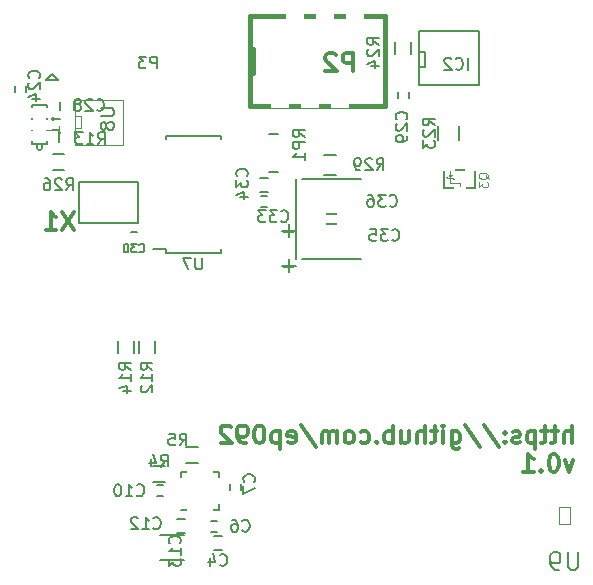
<source format=gbo>
%FSLAX46Y46*%
G04 Gerber Fmt 4.6, Leading zero omitted, Abs format (unit mm)*
G04 Created by KiCad (PCBNEW (2014-10-31 BZR 5243)-product) date Sa 04 Apr 2015 22:31:08 CEST*
%MOMM*%
G01*
G04 APERTURE LIST*
%ADD10C,0.100000*%
%ADD11C,0.300000*%
%ADD12C,0.150000*%
%ADD13C,0.381000*%
%ADD14C,0.099060*%
%ADD15C,0.200660*%
%ADD16C,0.127000*%
%ADD17C,0.050000*%
%ADD18C,0.304800*%
%ADD19C,0.152400*%
%ADD20C,0.076200*%
%ADD21R,1.100000X1.900000*%
%ADD22R,2.400000X3.300000*%
%ADD23R,2.332000X2.332000*%
%ADD24O,2.332000X2.332000*%
%ADD25R,0.800000X0.900000*%
%ADD26R,1.050000X1.100000*%
%ADD27R,0.900000X0.800000*%
%ADD28R,1.100000X1.050000*%
%ADD29R,1.200000X0.800000*%
%ADD30R,0.800000X1.200000*%
%ADD31R,1.570000X2.840000*%
%ADD32R,1.600000X1.000000*%
%ADD33R,1.300000X1.550000*%
%ADD34R,1.200000X0.700000*%
%ADD35R,2.100000X0.900000*%
%ADD36R,2.250720X2.799360*%
%ADD37R,0.808000X1.443000*%
%ADD38R,1.100100X1.600480*%
%ADD39C,1.800000*%
%ADD40R,1.900200X1.199160*%
%ADD41R,1.001040X1.300760*%
%ADD42R,1.300000X1.300000*%
%ADD43R,1.400000X0.700000*%
%ADD44R,4.872000X1.824000*%
%ADD45R,1.300000X1.900000*%
%ADD46O,1.050000X0.600000*%
%ADD47O,0.600000X1.050000*%
%ADD48R,1.200000X1.200000*%
%ADD49R,2.535200X2.535200*%
%ADD50R,2.200000X2.200000*%
%ADD51C,0.345000*%
G04 APERTURE END LIST*
D10*
D11*
X122742857Y-57078571D02*
X122742857Y-55578571D01*
X122100000Y-57078571D02*
X122100000Y-56292857D01*
X122171429Y-56150000D01*
X122314286Y-56078571D01*
X122528571Y-56078571D01*
X122671429Y-56150000D01*
X122742857Y-56221429D01*
X121600000Y-56078571D02*
X121028571Y-56078571D01*
X121385714Y-55578571D02*
X121385714Y-56864286D01*
X121314286Y-57007143D01*
X121171428Y-57078571D01*
X121028571Y-57078571D01*
X120742857Y-56078571D02*
X120171428Y-56078571D01*
X120528571Y-55578571D02*
X120528571Y-56864286D01*
X120457143Y-57007143D01*
X120314285Y-57078571D01*
X120171428Y-57078571D01*
X119671428Y-56078571D02*
X119671428Y-57578571D01*
X119671428Y-56150000D02*
X119528571Y-56078571D01*
X119242857Y-56078571D01*
X119100000Y-56150000D01*
X119028571Y-56221429D01*
X118957142Y-56364286D01*
X118957142Y-56792857D01*
X119028571Y-56935714D01*
X119100000Y-57007143D01*
X119242857Y-57078571D01*
X119528571Y-57078571D01*
X119671428Y-57007143D01*
X118385714Y-57007143D02*
X118242857Y-57078571D01*
X117957142Y-57078571D01*
X117814285Y-57007143D01*
X117742857Y-56864286D01*
X117742857Y-56792857D01*
X117814285Y-56650000D01*
X117957142Y-56578571D01*
X118171428Y-56578571D01*
X118314285Y-56507143D01*
X118385714Y-56364286D01*
X118385714Y-56292857D01*
X118314285Y-56150000D01*
X118171428Y-56078571D01*
X117957142Y-56078571D01*
X117814285Y-56150000D01*
X117099999Y-56935714D02*
X117028571Y-57007143D01*
X117099999Y-57078571D01*
X117171428Y-57007143D01*
X117099999Y-56935714D01*
X117099999Y-57078571D01*
X117099999Y-56150000D02*
X117028571Y-56221429D01*
X117099999Y-56292857D01*
X117171428Y-56221429D01*
X117099999Y-56150000D01*
X117099999Y-56292857D01*
X115314285Y-55507143D02*
X116599999Y-57435714D01*
X113742856Y-55507143D02*
X115028570Y-57435714D01*
X112599998Y-56078571D02*
X112599998Y-57292857D01*
X112671427Y-57435714D01*
X112742855Y-57507143D01*
X112885712Y-57578571D01*
X113099998Y-57578571D01*
X113242855Y-57507143D01*
X112599998Y-57007143D02*
X112742855Y-57078571D01*
X113028569Y-57078571D01*
X113171427Y-57007143D01*
X113242855Y-56935714D01*
X113314284Y-56792857D01*
X113314284Y-56364286D01*
X113242855Y-56221429D01*
X113171427Y-56150000D01*
X113028569Y-56078571D01*
X112742855Y-56078571D01*
X112599998Y-56150000D01*
X111885712Y-57078571D02*
X111885712Y-56078571D01*
X111885712Y-55578571D02*
X111957141Y-55650000D01*
X111885712Y-55721429D01*
X111814284Y-55650000D01*
X111885712Y-55578571D01*
X111885712Y-55721429D01*
X111385712Y-56078571D02*
X110814283Y-56078571D01*
X111171426Y-55578571D02*
X111171426Y-56864286D01*
X111099998Y-57007143D01*
X110957140Y-57078571D01*
X110814283Y-57078571D01*
X110314283Y-57078571D02*
X110314283Y-55578571D01*
X109671426Y-57078571D02*
X109671426Y-56292857D01*
X109742855Y-56150000D01*
X109885712Y-56078571D01*
X110099997Y-56078571D01*
X110242855Y-56150000D01*
X110314283Y-56221429D01*
X108314283Y-56078571D02*
X108314283Y-57078571D01*
X108957140Y-56078571D02*
X108957140Y-56864286D01*
X108885712Y-57007143D01*
X108742854Y-57078571D01*
X108528569Y-57078571D01*
X108385712Y-57007143D01*
X108314283Y-56935714D01*
X107599997Y-57078571D02*
X107599997Y-55578571D01*
X107599997Y-56150000D02*
X107457140Y-56078571D01*
X107171426Y-56078571D01*
X107028569Y-56150000D01*
X106957140Y-56221429D01*
X106885711Y-56364286D01*
X106885711Y-56792857D01*
X106957140Y-56935714D01*
X107028569Y-57007143D01*
X107171426Y-57078571D01*
X107457140Y-57078571D01*
X107599997Y-57007143D01*
X106242854Y-56935714D02*
X106171426Y-57007143D01*
X106242854Y-57078571D01*
X106314283Y-57007143D01*
X106242854Y-56935714D01*
X106242854Y-57078571D01*
X104885711Y-57007143D02*
X105028568Y-57078571D01*
X105314282Y-57078571D01*
X105457140Y-57007143D01*
X105528568Y-56935714D01*
X105599997Y-56792857D01*
X105599997Y-56364286D01*
X105528568Y-56221429D01*
X105457140Y-56150000D01*
X105314282Y-56078571D01*
X105028568Y-56078571D01*
X104885711Y-56150000D01*
X104028568Y-57078571D02*
X104171426Y-57007143D01*
X104242854Y-56935714D01*
X104314283Y-56792857D01*
X104314283Y-56364286D01*
X104242854Y-56221429D01*
X104171426Y-56150000D01*
X104028568Y-56078571D01*
X103814283Y-56078571D01*
X103671426Y-56150000D01*
X103599997Y-56221429D01*
X103528568Y-56364286D01*
X103528568Y-56792857D01*
X103599997Y-56935714D01*
X103671426Y-57007143D01*
X103814283Y-57078571D01*
X104028568Y-57078571D01*
X102885711Y-57078571D02*
X102885711Y-56078571D01*
X102885711Y-56221429D02*
X102814283Y-56150000D01*
X102671425Y-56078571D01*
X102457140Y-56078571D01*
X102314283Y-56150000D01*
X102242854Y-56292857D01*
X102242854Y-57078571D01*
X102242854Y-56292857D02*
X102171425Y-56150000D01*
X102028568Y-56078571D01*
X101814283Y-56078571D01*
X101671425Y-56150000D01*
X101599997Y-56292857D01*
X101599997Y-57078571D01*
X99814283Y-55507143D02*
X101099997Y-57435714D01*
X98742854Y-57007143D02*
X98885711Y-57078571D01*
X99171425Y-57078571D01*
X99314282Y-57007143D01*
X99385711Y-56864286D01*
X99385711Y-56292857D01*
X99314282Y-56150000D01*
X99171425Y-56078571D01*
X98885711Y-56078571D01*
X98742854Y-56150000D01*
X98671425Y-56292857D01*
X98671425Y-56435714D01*
X99385711Y-56578571D01*
X98028568Y-56078571D02*
X98028568Y-57578571D01*
X98028568Y-56150000D02*
X97885711Y-56078571D01*
X97599997Y-56078571D01*
X97457140Y-56150000D01*
X97385711Y-56221429D01*
X97314282Y-56364286D01*
X97314282Y-56792857D01*
X97385711Y-56935714D01*
X97457140Y-57007143D01*
X97599997Y-57078571D01*
X97885711Y-57078571D01*
X98028568Y-57007143D01*
X96385711Y-55578571D02*
X96242854Y-55578571D01*
X96099997Y-55650000D01*
X96028568Y-55721429D01*
X95957139Y-55864286D01*
X95885711Y-56150000D01*
X95885711Y-56507143D01*
X95957139Y-56792857D01*
X96028568Y-56935714D01*
X96099997Y-57007143D01*
X96242854Y-57078571D01*
X96385711Y-57078571D01*
X96528568Y-57007143D01*
X96599997Y-56935714D01*
X96671425Y-56792857D01*
X96742854Y-56507143D01*
X96742854Y-56150000D01*
X96671425Y-55864286D01*
X96599997Y-55721429D01*
X96528568Y-55650000D01*
X96385711Y-55578571D01*
X95171426Y-57078571D02*
X94885711Y-57078571D01*
X94742854Y-57007143D01*
X94671426Y-56935714D01*
X94528568Y-56721429D01*
X94457140Y-56435714D01*
X94457140Y-55864286D01*
X94528568Y-55721429D01*
X94599997Y-55650000D01*
X94742854Y-55578571D01*
X95028568Y-55578571D01*
X95171426Y-55650000D01*
X95242854Y-55721429D01*
X95314283Y-55864286D01*
X95314283Y-56221429D01*
X95242854Y-56364286D01*
X95171426Y-56435714D01*
X95028568Y-56507143D01*
X94742854Y-56507143D01*
X94599997Y-56435714D01*
X94528568Y-56364286D01*
X94457140Y-56221429D01*
X93885712Y-55721429D02*
X93814283Y-55650000D01*
X93671426Y-55578571D01*
X93314283Y-55578571D01*
X93171426Y-55650000D01*
X93099997Y-55721429D01*
X93028569Y-55864286D01*
X93028569Y-56007143D01*
X93099997Y-56221429D01*
X93957140Y-57078571D01*
X93028569Y-57078571D01*
X122885714Y-58478571D02*
X122528571Y-59478571D01*
X122171429Y-58478571D01*
X121314286Y-57978571D02*
X121171429Y-57978571D01*
X121028572Y-58050000D01*
X120957143Y-58121429D01*
X120885714Y-58264286D01*
X120814286Y-58550000D01*
X120814286Y-58907143D01*
X120885714Y-59192857D01*
X120957143Y-59335714D01*
X121028572Y-59407143D01*
X121171429Y-59478571D01*
X121314286Y-59478571D01*
X121457143Y-59407143D01*
X121528572Y-59335714D01*
X121600000Y-59192857D01*
X121671429Y-58907143D01*
X121671429Y-58550000D01*
X121600000Y-58264286D01*
X121528572Y-58121429D01*
X121457143Y-58050000D01*
X121314286Y-57978571D01*
X120171429Y-59335714D02*
X120100001Y-59407143D01*
X120171429Y-59478571D01*
X120242858Y-59407143D01*
X120171429Y-59335714D01*
X120171429Y-59478571D01*
X118671429Y-59478571D02*
X119528572Y-59478571D01*
X119100000Y-59478571D02*
X119100000Y-57978571D01*
X119242857Y-58192857D01*
X119385715Y-58335714D01*
X119528572Y-58407143D01*
D12*
X78780000Y-25790000D02*
X78280000Y-26290000D01*
X78280000Y-26290000D02*
X79280000Y-26290000D01*
X79280000Y-26290000D02*
X78780000Y-25790000D01*
X76575000Y-26850000D02*
X76575000Y-27350000D01*
X75625000Y-27350000D02*
X75625000Y-26850000D01*
X80600000Y-28850000D02*
X80600000Y-28150000D01*
X79400000Y-28150000D02*
X79400000Y-28850000D01*
X108975000Y-27350000D02*
X108975000Y-27850000D01*
X108025000Y-27850000D02*
X108025000Y-27350000D01*
X85450000Y-39225000D02*
X85950000Y-39225000D01*
X85950000Y-40175000D02*
X85450000Y-40175000D01*
X96450000Y-36125000D02*
X96950000Y-36125000D01*
X96950000Y-37075000D02*
X96450000Y-37075000D01*
X97050000Y-34600000D02*
X96350000Y-34600000D01*
X96350000Y-35800000D02*
X97050000Y-35800000D01*
X86125000Y-48400000D02*
X86125000Y-49400000D01*
X87475000Y-49400000D02*
X87475000Y-48400000D01*
X84325000Y-48400000D02*
X84325000Y-49400000D01*
X85675000Y-49400000D02*
X85675000Y-48400000D01*
X79800000Y-32625000D02*
X78800000Y-32625000D01*
X78800000Y-33975000D02*
X79800000Y-33975000D01*
D13*
X95804000Y-25716000D02*
X95804000Y-23684000D01*
X106980000Y-20890000D02*
X95550000Y-20890000D01*
X95550000Y-20890000D02*
X95550000Y-28510000D01*
X95550000Y-28510000D02*
X106980000Y-28510000D01*
X106980000Y-28510000D02*
X106980000Y-20890000D01*
D12*
X80675000Y-31600000D02*
X80675000Y-30600000D01*
X79325000Y-30600000D02*
X79325000Y-31600000D01*
X113175000Y-31400000D02*
X113175000Y-30200000D01*
X111425000Y-30200000D02*
X111425000Y-31400000D01*
X107825000Y-23100000D02*
X107825000Y-24100000D01*
X109175000Y-24100000D02*
X109175000Y-23100000D01*
X102800000Y-34350000D02*
X101800000Y-34350000D01*
X101800000Y-32650000D02*
X102800000Y-32650000D01*
X97100000Y-34125000D02*
X97900000Y-34125000D01*
X97100000Y-30875000D02*
X97900000Y-30875000D01*
X77950000Y-32000000D02*
G75*
G03X77950000Y-32000000I-250000J0D01*
G01*
X77050000Y-31700000D02*
X77050000Y-28400000D01*
X77050000Y-28400000D02*
X78350000Y-28400000D01*
X78350000Y-28400000D02*
X78350000Y-31700000D01*
X78350000Y-31700000D02*
X77050000Y-31700000D01*
X99400260Y-41499920D02*
X99400260Y-37700080D01*
X104899360Y-41499920D02*
X99900640Y-41499920D01*
X104896820Y-37700080D02*
X99898100Y-37700080D01*
X98798280Y-42602280D02*
X98798280Y-41502460D01*
X98198840Y-42101900D02*
X99397720Y-42101900D01*
X99400260Y-38499920D02*
X99400260Y-34700080D01*
X104899360Y-38499920D02*
X99900640Y-38499920D01*
X104896820Y-34700080D02*
X99898100Y-34700080D01*
X98798280Y-39602280D02*
X98798280Y-38502460D01*
X98198840Y-39101900D02*
X99397720Y-39101900D01*
X109860000Y-26786000D02*
X114940000Y-26786000D01*
X114940000Y-26786000D02*
X114940000Y-22214000D01*
X114940000Y-22214000D02*
X109860000Y-22214000D01*
X109860000Y-22214000D02*
X109860000Y-26786000D01*
X109860000Y-25262000D02*
X110368000Y-25262000D01*
X110368000Y-25262000D02*
X110368000Y-23992000D01*
X110368000Y-23992000D02*
X109860000Y-23992000D01*
D14*
X80668000Y-27995000D02*
X84732000Y-27995000D01*
X80668000Y-31805000D02*
X84732000Y-31805000D01*
X84732000Y-31805000D02*
X84732000Y-27995000D01*
X80668000Y-28122000D02*
X80668000Y-27995000D01*
X80668000Y-31805000D02*
X80668000Y-28122000D01*
X80668000Y-30408000D02*
X81176000Y-30408000D01*
X81176000Y-30408000D02*
X81176000Y-29392000D01*
X81176000Y-29392000D02*
X80668000Y-29392000D01*
D15*
X85999360Y-35049000D02*
X85999360Y-35000740D01*
X85999360Y-35000740D02*
X81000640Y-35000740D01*
X81000640Y-35000740D02*
X81000640Y-35049000D01*
X85999360Y-38399260D02*
X81000640Y-38399260D01*
X85999360Y-35049000D02*
X85999360Y-38399260D01*
X81000640Y-38399260D02*
X81000640Y-35000740D01*
D14*
X112487200Y-34496800D02*
X112487200Y-35081000D01*
X112487200Y-34598400D02*
X112487200Y-33963400D01*
X112284000Y-34598400D02*
X112157000Y-34496800D01*
X112284000Y-34598400D02*
X112665000Y-34598400D01*
X112665000Y-34598400D02*
X112766600Y-34725400D01*
X112334800Y-34369800D02*
X112614200Y-34369800D01*
X112614200Y-34369800D02*
X112487200Y-34573000D01*
X112487200Y-34573000D02*
X112334800Y-34369800D01*
X112487200Y-35081000D02*
X113300000Y-35081000D01*
X113300000Y-35081000D02*
X113300000Y-35462000D01*
D16*
X114570000Y-33938000D02*
X111966500Y-33938000D01*
X111966500Y-33938000D02*
X111966500Y-35462000D01*
X111966500Y-35462000D02*
X114570000Y-35462000D01*
X114570000Y-35462000D02*
X114570000Y-33938000D01*
D12*
X88375000Y-40975000D02*
X88375000Y-40650000D01*
X93025000Y-40975000D02*
X93025000Y-40650000D01*
X93025000Y-31025000D02*
X93025000Y-31350000D01*
X88375000Y-31025000D02*
X88375000Y-31350000D01*
X88375000Y-40975000D02*
X93025000Y-40975000D01*
X88375000Y-31025000D02*
X93025000Y-31025000D01*
X88375000Y-40650000D02*
X87300000Y-40650000D01*
X92450000Y-66100000D02*
X93150000Y-66100000D01*
X93150000Y-64900000D02*
X92450000Y-64900000D01*
X92750000Y-64575000D02*
X92250000Y-64575000D01*
X92250000Y-63625000D02*
X92750000Y-63625000D01*
X94775000Y-60550000D02*
X94775000Y-61050000D01*
X93825000Y-61050000D02*
X93825000Y-60550000D01*
X88150000Y-61575000D02*
X87650000Y-61575000D01*
X87650000Y-60625000D02*
X88150000Y-60625000D01*
X90050000Y-63500000D02*
X89350000Y-63500000D01*
X89350000Y-64700000D02*
X90050000Y-64700000D01*
X87900000Y-64875000D02*
X89900000Y-64875000D01*
X89900000Y-66925000D02*
X87900000Y-66925000D01*
X92925000Y-62725000D02*
X92925000Y-62225000D01*
X89675000Y-59475000D02*
X89675000Y-59975000D01*
X92925000Y-59475000D02*
X92925000Y-59975000D01*
X89675000Y-62725000D02*
X90175000Y-62725000D01*
X89675000Y-59475000D02*
X90175000Y-59475000D01*
X92925000Y-59475000D02*
X92425000Y-59475000D01*
X92925000Y-62725000D02*
X92425000Y-62725000D01*
X88300000Y-59025000D02*
X87300000Y-59025000D01*
X87300000Y-60375000D02*
X88300000Y-60375000D01*
X91100000Y-57425000D02*
X90100000Y-57425000D01*
X90100000Y-58775000D02*
X91100000Y-58775000D01*
D17*
X121650000Y-62450000D02*
X122650000Y-62450000D01*
X122650000Y-62450000D02*
X122650000Y-63950000D01*
X122650000Y-63950000D02*
X121650000Y-63950000D01*
X121650000Y-63950000D02*
X121650000Y-62450000D01*
D12*
X87618095Y-25342381D02*
X87618095Y-24342381D01*
X87237142Y-24342381D01*
X87141904Y-24390000D01*
X87094285Y-24437619D01*
X87046666Y-24532857D01*
X87046666Y-24675714D01*
X87094285Y-24770952D01*
X87141904Y-24818571D01*
X87237142Y-24866190D01*
X87618095Y-24866190D01*
X86713333Y-24342381D02*
X86094285Y-24342381D01*
X86427619Y-24723333D01*
X86284761Y-24723333D01*
X86189523Y-24770952D01*
X86141904Y-24818571D01*
X86094285Y-24913810D01*
X86094285Y-25151905D01*
X86141904Y-25247143D01*
X86189523Y-25294762D01*
X86284761Y-25342381D01*
X86570476Y-25342381D01*
X86665714Y-25294762D01*
X86713333Y-25247143D01*
X77657143Y-26157143D02*
X77704762Y-26109524D01*
X77752381Y-25966667D01*
X77752381Y-25871429D01*
X77704762Y-25728571D01*
X77609524Y-25633333D01*
X77514286Y-25585714D01*
X77323810Y-25538095D01*
X77180952Y-25538095D01*
X76990476Y-25585714D01*
X76895238Y-25633333D01*
X76800000Y-25728571D01*
X76752381Y-25871429D01*
X76752381Y-25966667D01*
X76800000Y-26109524D01*
X76847619Y-26157143D01*
X76847619Y-26538095D02*
X76800000Y-26585714D01*
X76752381Y-26680952D01*
X76752381Y-26919048D01*
X76800000Y-27014286D01*
X76847619Y-27061905D01*
X76942857Y-27109524D01*
X77038095Y-27109524D01*
X77180952Y-27061905D01*
X77752381Y-26490476D01*
X77752381Y-27109524D01*
X77085714Y-27966667D02*
X77752381Y-27966667D01*
X76704762Y-27728571D02*
X77419048Y-27490476D01*
X77419048Y-28109524D01*
X82542857Y-28857143D02*
X82590476Y-28904762D01*
X82733333Y-28952381D01*
X82828571Y-28952381D01*
X82971429Y-28904762D01*
X83066667Y-28809524D01*
X83114286Y-28714286D01*
X83161905Y-28523810D01*
X83161905Y-28380952D01*
X83114286Y-28190476D01*
X83066667Y-28095238D01*
X82971429Y-28000000D01*
X82828571Y-27952381D01*
X82733333Y-27952381D01*
X82590476Y-28000000D01*
X82542857Y-28047619D01*
X82161905Y-28047619D02*
X82114286Y-28000000D01*
X82019048Y-27952381D01*
X81780952Y-27952381D01*
X81685714Y-28000000D01*
X81638095Y-28047619D01*
X81590476Y-28142857D01*
X81590476Y-28238095D01*
X81638095Y-28380952D01*
X82209524Y-28952381D01*
X81590476Y-28952381D01*
X81019048Y-28380952D02*
X81114286Y-28333333D01*
X81161905Y-28285714D01*
X81209524Y-28190476D01*
X81209524Y-28142857D01*
X81161905Y-28047619D01*
X81114286Y-28000000D01*
X81019048Y-27952381D01*
X80828571Y-27952381D01*
X80733333Y-28000000D01*
X80685714Y-28047619D01*
X80638095Y-28142857D01*
X80638095Y-28190476D01*
X80685714Y-28285714D01*
X80733333Y-28333333D01*
X80828571Y-28380952D01*
X81019048Y-28380952D01*
X81114286Y-28428571D01*
X81161905Y-28476190D01*
X81209524Y-28571429D01*
X81209524Y-28761905D01*
X81161905Y-28857143D01*
X81114286Y-28904762D01*
X81019048Y-28952381D01*
X80828571Y-28952381D01*
X80733333Y-28904762D01*
X80685714Y-28857143D01*
X80638095Y-28761905D01*
X80638095Y-28571429D01*
X80685714Y-28476190D01*
X80733333Y-28428571D01*
X80828571Y-28380952D01*
X108757143Y-29657143D02*
X108804762Y-29609524D01*
X108852381Y-29466667D01*
X108852381Y-29371429D01*
X108804762Y-29228571D01*
X108709524Y-29133333D01*
X108614286Y-29085714D01*
X108423810Y-29038095D01*
X108280952Y-29038095D01*
X108090476Y-29085714D01*
X107995238Y-29133333D01*
X107900000Y-29228571D01*
X107852381Y-29371429D01*
X107852381Y-29466667D01*
X107900000Y-29609524D01*
X107947619Y-29657143D01*
X107947619Y-30038095D02*
X107900000Y-30085714D01*
X107852381Y-30180952D01*
X107852381Y-30419048D01*
X107900000Y-30514286D01*
X107947619Y-30561905D01*
X108042857Y-30609524D01*
X108138095Y-30609524D01*
X108280952Y-30561905D01*
X108852381Y-29990476D01*
X108852381Y-30609524D01*
X108852381Y-31085714D02*
X108852381Y-31276190D01*
X108804762Y-31371429D01*
X108757143Y-31419048D01*
X108614286Y-31514286D01*
X108423810Y-31561905D01*
X108042857Y-31561905D01*
X107947619Y-31514286D01*
X107900000Y-31466667D01*
X107852381Y-31371429D01*
X107852381Y-31180952D01*
X107900000Y-31085714D01*
X107947619Y-31038095D01*
X108042857Y-30990476D01*
X108280952Y-30990476D01*
X108376190Y-31038095D01*
X108423810Y-31085714D01*
X108471429Y-31180952D01*
X108471429Y-31371429D01*
X108423810Y-31466667D01*
X108376190Y-31514286D01*
X108280952Y-31561905D01*
X86150000Y-40850000D02*
X86183334Y-40883333D01*
X86283334Y-40916667D01*
X86350000Y-40916667D01*
X86450000Y-40883333D01*
X86516667Y-40816667D01*
X86550000Y-40750000D01*
X86583334Y-40616667D01*
X86583334Y-40516667D01*
X86550000Y-40383333D01*
X86516667Y-40316667D01*
X86450000Y-40250000D01*
X86350000Y-40216667D01*
X86283334Y-40216667D01*
X86183334Y-40250000D01*
X86150000Y-40283333D01*
X85916667Y-40216667D02*
X85483334Y-40216667D01*
X85716667Y-40483333D01*
X85616667Y-40483333D01*
X85550000Y-40516667D01*
X85516667Y-40550000D01*
X85483334Y-40616667D01*
X85483334Y-40783333D01*
X85516667Y-40850000D01*
X85550000Y-40883333D01*
X85616667Y-40916667D01*
X85816667Y-40916667D01*
X85883334Y-40883333D01*
X85916667Y-40850000D01*
X85050000Y-40216667D02*
X84983333Y-40216667D01*
X84916667Y-40250000D01*
X84883333Y-40283333D01*
X84850000Y-40350000D01*
X84816667Y-40483333D01*
X84816667Y-40650000D01*
X84850000Y-40783333D01*
X84883333Y-40850000D01*
X84916667Y-40883333D01*
X84983333Y-40916667D01*
X85050000Y-40916667D01*
X85116667Y-40883333D01*
X85150000Y-40850000D01*
X85183333Y-40783333D01*
X85216667Y-40650000D01*
X85216667Y-40483333D01*
X85183333Y-40350000D01*
X85150000Y-40283333D01*
X85116667Y-40250000D01*
X85050000Y-40216667D01*
X98142857Y-38257143D02*
X98190476Y-38304762D01*
X98333333Y-38352381D01*
X98428571Y-38352381D01*
X98571429Y-38304762D01*
X98666667Y-38209524D01*
X98714286Y-38114286D01*
X98761905Y-37923810D01*
X98761905Y-37780952D01*
X98714286Y-37590476D01*
X98666667Y-37495238D01*
X98571429Y-37400000D01*
X98428571Y-37352381D01*
X98333333Y-37352381D01*
X98190476Y-37400000D01*
X98142857Y-37447619D01*
X97809524Y-37352381D02*
X97190476Y-37352381D01*
X97523810Y-37733333D01*
X97380952Y-37733333D01*
X97285714Y-37780952D01*
X97238095Y-37828571D01*
X97190476Y-37923810D01*
X97190476Y-38161905D01*
X97238095Y-38257143D01*
X97285714Y-38304762D01*
X97380952Y-38352381D01*
X97666667Y-38352381D01*
X97761905Y-38304762D01*
X97809524Y-38257143D01*
X96857143Y-37352381D02*
X96238095Y-37352381D01*
X96571429Y-37733333D01*
X96428571Y-37733333D01*
X96333333Y-37780952D01*
X96285714Y-37828571D01*
X96238095Y-37923810D01*
X96238095Y-38161905D01*
X96285714Y-38257143D01*
X96333333Y-38304762D01*
X96428571Y-38352381D01*
X96714286Y-38352381D01*
X96809524Y-38304762D01*
X96857143Y-38257143D01*
X95257143Y-34457143D02*
X95304762Y-34409524D01*
X95352381Y-34266667D01*
X95352381Y-34171429D01*
X95304762Y-34028571D01*
X95209524Y-33933333D01*
X95114286Y-33885714D01*
X94923810Y-33838095D01*
X94780952Y-33838095D01*
X94590476Y-33885714D01*
X94495238Y-33933333D01*
X94400000Y-34028571D01*
X94352381Y-34171429D01*
X94352381Y-34266667D01*
X94400000Y-34409524D01*
X94447619Y-34457143D01*
X94352381Y-34790476D02*
X94352381Y-35409524D01*
X94733333Y-35076190D01*
X94733333Y-35219048D01*
X94780952Y-35314286D01*
X94828571Y-35361905D01*
X94923810Y-35409524D01*
X95161905Y-35409524D01*
X95257143Y-35361905D01*
X95304762Y-35314286D01*
X95352381Y-35219048D01*
X95352381Y-34933333D01*
X95304762Y-34838095D01*
X95257143Y-34790476D01*
X94685714Y-36266667D02*
X95352381Y-36266667D01*
X94304762Y-36028571D02*
X95019048Y-35790476D01*
X95019048Y-36409524D01*
X87252381Y-50857143D02*
X86776190Y-50523809D01*
X87252381Y-50285714D02*
X86252381Y-50285714D01*
X86252381Y-50666667D01*
X86300000Y-50761905D01*
X86347619Y-50809524D01*
X86442857Y-50857143D01*
X86585714Y-50857143D01*
X86680952Y-50809524D01*
X86728571Y-50761905D01*
X86776190Y-50666667D01*
X86776190Y-50285714D01*
X87252381Y-51809524D02*
X87252381Y-51238095D01*
X87252381Y-51523809D02*
X86252381Y-51523809D01*
X86395238Y-51428571D01*
X86490476Y-51333333D01*
X86538095Y-51238095D01*
X86347619Y-52190476D02*
X86300000Y-52238095D01*
X86252381Y-52333333D01*
X86252381Y-52571429D01*
X86300000Y-52666667D01*
X86347619Y-52714286D01*
X86442857Y-52761905D01*
X86538095Y-52761905D01*
X86680952Y-52714286D01*
X87252381Y-52142857D01*
X87252381Y-52761905D01*
X85452381Y-50857143D02*
X84976190Y-50523809D01*
X85452381Y-50285714D02*
X84452381Y-50285714D01*
X84452381Y-50666667D01*
X84500000Y-50761905D01*
X84547619Y-50809524D01*
X84642857Y-50857143D01*
X84785714Y-50857143D01*
X84880952Y-50809524D01*
X84928571Y-50761905D01*
X84976190Y-50666667D01*
X84976190Y-50285714D01*
X85452381Y-51809524D02*
X85452381Y-51238095D01*
X85452381Y-51523809D02*
X84452381Y-51523809D01*
X84595238Y-51428571D01*
X84690476Y-51333333D01*
X84738095Y-51238095D01*
X84785714Y-52666667D02*
X85452381Y-52666667D01*
X84404762Y-52428571D02*
X85119048Y-52190476D01*
X85119048Y-52809524D01*
X79942857Y-35652381D02*
X80276191Y-35176190D01*
X80514286Y-35652381D02*
X80514286Y-34652381D01*
X80133333Y-34652381D01*
X80038095Y-34700000D01*
X79990476Y-34747619D01*
X79942857Y-34842857D01*
X79942857Y-34985714D01*
X79990476Y-35080952D01*
X80038095Y-35128571D01*
X80133333Y-35176190D01*
X80514286Y-35176190D01*
X79561905Y-34747619D02*
X79514286Y-34700000D01*
X79419048Y-34652381D01*
X79180952Y-34652381D01*
X79085714Y-34700000D01*
X79038095Y-34747619D01*
X78990476Y-34842857D01*
X78990476Y-34938095D01*
X79038095Y-35080952D01*
X79609524Y-35652381D01*
X78990476Y-35652381D01*
X78133333Y-34652381D02*
X78323810Y-34652381D01*
X78419048Y-34700000D01*
X78466667Y-34747619D01*
X78561905Y-34890476D01*
X78609524Y-35080952D01*
X78609524Y-35461905D01*
X78561905Y-35557143D01*
X78514286Y-35604762D01*
X78419048Y-35652381D01*
X78228571Y-35652381D01*
X78133333Y-35604762D01*
X78085714Y-35557143D01*
X78038095Y-35461905D01*
X78038095Y-35223810D01*
X78085714Y-35128571D01*
X78133333Y-35080952D01*
X78228571Y-35033333D01*
X78419048Y-35033333D01*
X78514286Y-35080952D01*
X78561905Y-35128571D01*
X78609524Y-35223810D01*
D18*
X104224857Y-25589429D02*
X104224857Y-24065429D01*
X103644285Y-24065429D01*
X103499143Y-24138000D01*
X103426571Y-24210571D01*
X103354000Y-24355714D01*
X103354000Y-24573429D01*
X103426571Y-24718571D01*
X103499143Y-24791143D01*
X103644285Y-24863714D01*
X104224857Y-24863714D01*
X102773428Y-24210571D02*
X102700857Y-24138000D01*
X102555714Y-24065429D01*
X102192857Y-24065429D01*
X102047714Y-24138000D01*
X101975143Y-24210571D01*
X101902571Y-24355714D01*
X101902571Y-24500857D01*
X101975143Y-24718571D01*
X102846000Y-25589429D01*
X101902571Y-25589429D01*
D12*
X82642857Y-31752381D02*
X82976191Y-31276190D01*
X83214286Y-31752381D02*
X83214286Y-30752381D01*
X82833333Y-30752381D01*
X82738095Y-30800000D01*
X82690476Y-30847619D01*
X82642857Y-30942857D01*
X82642857Y-31085714D01*
X82690476Y-31180952D01*
X82738095Y-31228571D01*
X82833333Y-31276190D01*
X83214286Y-31276190D01*
X81690476Y-31752381D02*
X82261905Y-31752381D01*
X81976191Y-31752381D02*
X81976191Y-30752381D01*
X82071429Y-30895238D01*
X82166667Y-30990476D01*
X82261905Y-31038095D01*
X81357143Y-30752381D02*
X80738095Y-30752381D01*
X81071429Y-31133333D01*
X80928571Y-31133333D01*
X80833333Y-31180952D01*
X80785714Y-31228571D01*
X80738095Y-31323810D01*
X80738095Y-31561905D01*
X80785714Y-31657143D01*
X80833333Y-31704762D01*
X80928571Y-31752381D01*
X81214286Y-31752381D01*
X81309524Y-31704762D01*
X81357143Y-31657143D01*
X111152381Y-30157143D02*
X110676190Y-29823809D01*
X111152381Y-29585714D02*
X110152381Y-29585714D01*
X110152381Y-29966667D01*
X110200000Y-30061905D01*
X110247619Y-30109524D01*
X110342857Y-30157143D01*
X110485714Y-30157143D01*
X110580952Y-30109524D01*
X110628571Y-30061905D01*
X110676190Y-29966667D01*
X110676190Y-29585714D01*
X110247619Y-30538095D02*
X110200000Y-30585714D01*
X110152381Y-30680952D01*
X110152381Y-30919048D01*
X110200000Y-31014286D01*
X110247619Y-31061905D01*
X110342857Y-31109524D01*
X110438095Y-31109524D01*
X110580952Y-31061905D01*
X111152381Y-30490476D01*
X111152381Y-31109524D01*
X110152381Y-31442857D02*
X110152381Y-32061905D01*
X110533333Y-31728571D01*
X110533333Y-31871429D01*
X110580952Y-31966667D01*
X110628571Y-32014286D01*
X110723810Y-32061905D01*
X110961905Y-32061905D01*
X111057143Y-32014286D01*
X111104762Y-31966667D01*
X111152381Y-31871429D01*
X111152381Y-31585714D01*
X111104762Y-31490476D01*
X111057143Y-31442857D01*
X106452381Y-23357143D02*
X105976190Y-23023809D01*
X106452381Y-22785714D02*
X105452381Y-22785714D01*
X105452381Y-23166667D01*
X105500000Y-23261905D01*
X105547619Y-23309524D01*
X105642857Y-23357143D01*
X105785714Y-23357143D01*
X105880952Y-23309524D01*
X105928571Y-23261905D01*
X105976190Y-23166667D01*
X105976190Y-22785714D01*
X105547619Y-23738095D02*
X105500000Y-23785714D01*
X105452381Y-23880952D01*
X105452381Y-24119048D01*
X105500000Y-24214286D01*
X105547619Y-24261905D01*
X105642857Y-24309524D01*
X105738095Y-24309524D01*
X105880952Y-24261905D01*
X106452381Y-23690476D01*
X106452381Y-24309524D01*
X105785714Y-25166667D02*
X106452381Y-25166667D01*
X105404762Y-24928571D02*
X106119048Y-24690476D01*
X106119048Y-25309524D01*
X106242857Y-33952381D02*
X106576191Y-33476190D01*
X106814286Y-33952381D02*
X106814286Y-32952381D01*
X106433333Y-32952381D01*
X106338095Y-33000000D01*
X106290476Y-33047619D01*
X106242857Y-33142857D01*
X106242857Y-33285714D01*
X106290476Y-33380952D01*
X106338095Y-33428571D01*
X106433333Y-33476190D01*
X106814286Y-33476190D01*
X105861905Y-33047619D02*
X105814286Y-33000000D01*
X105719048Y-32952381D01*
X105480952Y-32952381D01*
X105385714Y-33000000D01*
X105338095Y-33047619D01*
X105290476Y-33142857D01*
X105290476Y-33238095D01*
X105338095Y-33380952D01*
X105909524Y-33952381D01*
X105290476Y-33952381D01*
X104814286Y-33952381D02*
X104623810Y-33952381D01*
X104528571Y-33904762D01*
X104480952Y-33857143D01*
X104385714Y-33714286D01*
X104338095Y-33523810D01*
X104338095Y-33142857D01*
X104385714Y-33047619D01*
X104433333Y-33000000D01*
X104528571Y-32952381D01*
X104719048Y-32952381D01*
X104814286Y-33000000D01*
X104861905Y-33047619D01*
X104909524Y-33142857D01*
X104909524Y-33380952D01*
X104861905Y-33476190D01*
X104814286Y-33523810D01*
X104719048Y-33571429D01*
X104528571Y-33571429D01*
X104433333Y-33523810D01*
X104385714Y-33476190D01*
X104338095Y-33380952D01*
X100152381Y-31133334D02*
X99676190Y-30800000D01*
X100152381Y-30561905D02*
X99152381Y-30561905D01*
X99152381Y-30942858D01*
X99200000Y-31038096D01*
X99247619Y-31085715D01*
X99342857Y-31133334D01*
X99485714Y-31133334D01*
X99580952Y-31085715D01*
X99628571Y-31038096D01*
X99676190Y-30942858D01*
X99676190Y-30561905D01*
X100152381Y-31561905D02*
X99152381Y-31561905D01*
X99152381Y-31942858D01*
X99200000Y-32038096D01*
X99247619Y-32085715D01*
X99342857Y-32133334D01*
X99485714Y-32133334D01*
X99580952Y-32085715D01*
X99628571Y-32038096D01*
X99676190Y-31942858D01*
X99676190Y-31561905D01*
X100152381Y-33085715D02*
X100152381Y-32514286D01*
X100152381Y-32800000D02*
X99152381Y-32800000D01*
X99295238Y-32704762D01*
X99390476Y-32609524D01*
X99438095Y-32514286D01*
X78926190Y-29623809D02*
X79402381Y-29623809D01*
X78402381Y-29290476D02*
X78926190Y-29623809D01*
X78402381Y-29957143D01*
X79402381Y-30814286D02*
X79402381Y-30242857D01*
X79402381Y-30528571D02*
X78402381Y-30528571D01*
X78545238Y-30433333D01*
X78640476Y-30338095D01*
X78688095Y-30242857D01*
X107542857Y-39857143D02*
X107590476Y-39904762D01*
X107733333Y-39952381D01*
X107828571Y-39952381D01*
X107971429Y-39904762D01*
X108066667Y-39809524D01*
X108114286Y-39714286D01*
X108161905Y-39523810D01*
X108161905Y-39380952D01*
X108114286Y-39190476D01*
X108066667Y-39095238D01*
X107971429Y-39000000D01*
X107828571Y-38952381D01*
X107733333Y-38952381D01*
X107590476Y-39000000D01*
X107542857Y-39047619D01*
X107209524Y-38952381D02*
X106590476Y-38952381D01*
X106923810Y-39333333D01*
X106780952Y-39333333D01*
X106685714Y-39380952D01*
X106638095Y-39428571D01*
X106590476Y-39523810D01*
X106590476Y-39761905D01*
X106638095Y-39857143D01*
X106685714Y-39904762D01*
X106780952Y-39952381D01*
X107066667Y-39952381D01*
X107161905Y-39904762D01*
X107209524Y-39857143D01*
X105685714Y-38952381D02*
X106161905Y-38952381D01*
X106209524Y-39428571D01*
X106161905Y-39380952D01*
X106066667Y-39333333D01*
X105828571Y-39333333D01*
X105733333Y-39380952D01*
X105685714Y-39428571D01*
X105638095Y-39523810D01*
X105638095Y-39761905D01*
X105685714Y-39857143D01*
X105733333Y-39904762D01*
X105828571Y-39952381D01*
X106066667Y-39952381D01*
X106161905Y-39904762D01*
X106209524Y-39857143D01*
X99181772Y-42170789D02*
X98419867Y-42170789D01*
X98800819Y-42551741D02*
X98800819Y-41789836D01*
X107342857Y-36957143D02*
X107390476Y-37004762D01*
X107533333Y-37052381D01*
X107628571Y-37052381D01*
X107771429Y-37004762D01*
X107866667Y-36909524D01*
X107914286Y-36814286D01*
X107961905Y-36623810D01*
X107961905Y-36480952D01*
X107914286Y-36290476D01*
X107866667Y-36195238D01*
X107771429Y-36100000D01*
X107628571Y-36052381D01*
X107533333Y-36052381D01*
X107390476Y-36100000D01*
X107342857Y-36147619D01*
X107009524Y-36052381D02*
X106390476Y-36052381D01*
X106723810Y-36433333D01*
X106580952Y-36433333D01*
X106485714Y-36480952D01*
X106438095Y-36528571D01*
X106390476Y-36623810D01*
X106390476Y-36861905D01*
X106438095Y-36957143D01*
X106485714Y-37004762D01*
X106580952Y-37052381D01*
X106866667Y-37052381D01*
X106961905Y-37004762D01*
X107009524Y-36957143D01*
X105533333Y-36052381D02*
X105723810Y-36052381D01*
X105819048Y-36100000D01*
X105866667Y-36147619D01*
X105961905Y-36290476D01*
X106009524Y-36480952D01*
X106009524Y-36861905D01*
X105961905Y-36957143D01*
X105914286Y-37004762D01*
X105819048Y-37052381D01*
X105628571Y-37052381D01*
X105533333Y-37004762D01*
X105485714Y-36957143D01*
X105438095Y-36861905D01*
X105438095Y-36623810D01*
X105485714Y-36528571D01*
X105533333Y-36480952D01*
X105628571Y-36433333D01*
X105819048Y-36433333D01*
X105914286Y-36480952D01*
X105961905Y-36528571D01*
X106009524Y-36623810D01*
X99181772Y-39170789D02*
X98419867Y-39170789D01*
X98800819Y-39551741D02*
X98800819Y-38789836D01*
X113976190Y-25452381D02*
X113976190Y-24452381D01*
X112928571Y-25357143D02*
X112976190Y-25404762D01*
X113119047Y-25452381D01*
X113214285Y-25452381D01*
X113357143Y-25404762D01*
X113452381Y-25309524D01*
X113500000Y-25214286D01*
X113547619Y-25023810D01*
X113547619Y-24880952D01*
X113500000Y-24690476D01*
X113452381Y-24595238D01*
X113357143Y-24500000D01*
X113214285Y-24452381D01*
X113119047Y-24452381D01*
X112976190Y-24500000D01*
X112928571Y-24547619D01*
X112547619Y-24547619D02*
X112500000Y-24500000D01*
X112404762Y-24452381D01*
X112166666Y-24452381D01*
X112071428Y-24500000D01*
X112023809Y-24547619D01*
X111976190Y-24642857D01*
X111976190Y-24738095D01*
X112023809Y-24880952D01*
X112595238Y-25452381D01*
X111976190Y-25452381D01*
D19*
X82874071Y-28729143D02*
X83799357Y-28729143D01*
X83908214Y-28783571D01*
X83962643Y-28838000D01*
X84017071Y-28946857D01*
X84017071Y-29164571D01*
X83962643Y-29273429D01*
X83908214Y-29327857D01*
X83799357Y-29382286D01*
X82874071Y-29382286D01*
X83363929Y-30089858D02*
X83309500Y-29981000D01*
X83255071Y-29926572D01*
X83146214Y-29872143D01*
X83091786Y-29872143D01*
X82982929Y-29926572D01*
X82928500Y-29981000D01*
X82874071Y-30089858D01*
X82874071Y-30307572D01*
X82928500Y-30416429D01*
X82982929Y-30470858D01*
X83091786Y-30525286D01*
X83146214Y-30525286D01*
X83255071Y-30470858D01*
X83309500Y-30416429D01*
X83363929Y-30307572D01*
X83363929Y-30089858D01*
X83418357Y-29981000D01*
X83472786Y-29926572D01*
X83581643Y-29872143D01*
X83799357Y-29872143D01*
X83908214Y-29926572D01*
X83962643Y-29981000D01*
X84017071Y-30089858D01*
X84017071Y-30307572D01*
X83962643Y-30416429D01*
X83908214Y-30470858D01*
X83799357Y-30525286D01*
X83581643Y-30525286D01*
X83472786Y-30470858D01*
X83418357Y-30416429D01*
X83363929Y-30307572D01*
D18*
X80633715Y-37465429D02*
X79617715Y-38989429D01*
X79617715Y-37465429D02*
X80633715Y-38989429D01*
X78238857Y-38989429D02*
X79109714Y-38989429D01*
X78674286Y-38989429D02*
X78674286Y-37465429D01*
X78819429Y-37683143D01*
X78964571Y-37828286D01*
X79109714Y-37900857D01*
D20*
X115716266Y-34726489D02*
X115679980Y-34653917D01*
X115607409Y-34581346D01*
X115498551Y-34472489D01*
X115462266Y-34399917D01*
X115462266Y-34327346D01*
X115643694Y-34363631D02*
X115607409Y-34291060D01*
X115534837Y-34218489D01*
X115389694Y-34182203D01*
X115135694Y-34182203D01*
X114990551Y-34218489D01*
X114917980Y-34291060D01*
X114881694Y-34363631D01*
X114881694Y-34508774D01*
X114917980Y-34581346D01*
X114990551Y-34653917D01*
X115135694Y-34690203D01*
X115389694Y-34690203D01*
X115534837Y-34653917D01*
X115607409Y-34581346D01*
X115643694Y-34508774D01*
X115643694Y-34363631D01*
X114881694Y-34944203D02*
X114881694Y-35415917D01*
X115171980Y-35161917D01*
X115171980Y-35270775D01*
X115208266Y-35343346D01*
X115244551Y-35379632D01*
X115317123Y-35415917D01*
X115498551Y-35415917D01*
X115571123Y-35379632D01*
X115607409Y-35343346D01*
X115643694Y-35270775D01*
X115643694Y-35053060D01*
X115607409Y-34980489D01*
X115571123Y-34944203D01*
D12*
X91461905Y-41352381D02*
X91461905Y-42161905D01*
X91414286Y-42257143D01*
X91366667Y-42304762D01*
X91271429Y-42352381D01*
X91080952Y-42352381D01*
X90985714Y-42304762D01*
X90938095Y-42257143D01*
X90890476Y-42161905D01*
X90890476Y-41352381D01*
X90509524Y-41352381D02*
X89842857Y-41352381D01*
X90271429Y-42352381D01*
X92966666Y-67357143D02*
X93014285Y-67404762D01*
X93157142Y-67452381D01*
X93252380Y-67452381D01*
X93395238Y-67404762D01*
X93490476Y-67309524D01*
X93538095Y-67214286D01*
X93585714Y-67023810D01*
X93585714Y-66880952D01*
X93538095Y-66690476D01*
X93490476Y-66595238D01*
X93395238Y-66500000D01*
X93252380Y-66452381D01*
X93157142Y-66452381D01*
X93014285Y-66500000D01*
X92966666Y-66547619D01*
X92109523Y-66785714D02*
X92109523Y-67452381D01*
X92347619Y-66404762D02*
X92585714Y-67119048D01*
X91966666Y-67119048D01*
X94866666Y-64457143D02*
X94914285Y-64504762D01*
X95057142Y-64552381D01*
X95152380Y-64552381D01*
X95295238Y-64504762D01*
X95390476Y-64409524D01*
X95438095Y-64314286D01*
X95485714Y-64123810D01*
X95485714Y-63980952D01*
X95438095Y-63790476D01*
X95390476Y-63695238D01*
X95295238Y-63600000D01*
X95152380Y-63552381D01*
X95057142Y-63552381D01*
X94914285Y-63600000D01*
X94866666Y-63647619D01*
X94009523Y-63552381D02*
X94200000Y-63552381D01*
X94295238Y-63600000D01*
X94342857Y-63647619D01*
X94438095Y-63790476D01*
X94485714Y-63980952D01*
X94485714Y-64361905D01*
X94438095Y-64457143D01*
X94390476Y-64504762D01*
X94295238Y-64552381D01*
X94104761Y-64552381D01*
X94009523Y-64504762D01*
X93961904Y-64457143D01*
X93914285Y-64361905D01*
X93914285Y-64123810D01*
X93961904Y-64028571D01*
X94009523Y-63980952D01*
X94104761Y-63933333D01*
X94295238Y-63933333D01*
X94390476Y-63980952D01*
X94438095Y-64028571D01*
X94485714Y-64123810D01*
X95857143Y-60333334D02*
X95904762Y-60285715D01*
X95952381Y-60142858D01*
X95952381Y-60047620D01*
X95904762Y-59904762D01*
X95809524Y-59809524D01*
X95714286Y-59761905D01*
X95523810Y-59714286D01*
X95380952Y-59714286D01*
X95190476Y-59761905D01*
X95095238Y-59809524D01*
X95000000Y-59904762D01*
X94952381Y-60047620D01*
X94952381Y-60142858D01*
X95000000Y-60285715D01*
X95047619Y-60333334D01*
X94952381Y-60666667D02*
X94952381Y-61333334D01*
X95952381Y-60904762D01*
X85942857Y-61457143D02*
X85990476Y-61504762D01*
X86133333Y-61552381D01*
X86228571Y-61552381D01*
X86371429Y-61504762D01*
X86466667Y-61409524D01*
X86514286Y-61314286D01*
X86561905Y-61123810D01*
X86561905Y-60980952D01*
X86514286Y-60790476D01*
X86466667Y-60695238D01*
X86371429Y-60600000D01*
X86228571Y-60552381D01*
X86133333Y-60552381D01*
X85990476Y-60600000D01*
X85942857Y-60647619D01*
X84990476Y-61552381D02*
X85561905Y-61552381D01*
X85276191Y-61552381D02*
X85276191Y-60552381D01*
X85371429Y-60695238D01*
X85466667Y-60790476D01*
X85561905Y-60838095D01*
X84371429Y-60552381D02*
X84276190Y-60552381D01*
X84180952Y-60600000D01*
X84133333Y-60647619D01*
X84085714Y-60742857D01*
X84038095Y-60933333D01*
X84038095Y-61171429D01*
X84085714Y-61361905D01*
X84133333Y-61457143D01*
X84180952Y-61504762D01*
X84276190Y-61552381D01*
X84371429Y-61552381D01*
X84466667Y-61504762D01*
X84514286Y-61457143D01*
X84561905Y-61361905D01*
X84609524Y-61171429D01*
X84609524Y-60933333D01*
X84561905Y-60742857D01*
X84514286Y-60647619D01*
X84466667Y-60600000D01*
X84371429Y-60552381D01*
X87342857Y-64257143D02*
X87390476Y-64304762D01*
X87533333Y-64352381D01*
X87628571Y-64352381D01*
X87771429Y-64304762D01*
X87866667Y-64209524D01*
X87914286Y-64114286D01*
X87961905Y-63923810D01*
X87961905Y-63780952D01*
X87914286Y-63590476D01*
X87866667Y-63495238D01*
X87771429Y-63400000D01*
X87628571Y-63352381D01*
X87533333Y-63352381D01*
X87390476Y-63400000D01*
X87342857Y-63447619D01*
X86390476Y-64352381D02*
X86961905Y-64352381D01*
X86676191Y-64352381D02*
X86676191Y-63352381D01*
X86771429Y-63495238D01*
X86866667Y-63590476D01*
X86961905Y-63638095D01*
X86009524Y-63447619D02*
X85961905Y-63400000D01*
X85866667Y-63352381D01*
X85628571Y-63352381D01*
X85533333Y-63400000D01*
X85485714Y-63447619D01*
X85438095Y-63542857D01*
X85438095Y-63638095D01*
X85485714Y-63780952D01*
X86057143Y-64352381D01*
X85438095Y-64352381D01*
X89557143Y-65557143D02*
X89604762Y-65509524D01*
X89652381Y-65366667D01*
X89652381Y-65271429D01*
X89604762Y-65128571D01*
X89509524Y-65033333D01*
X89414286Y-64985714D01*
X89223810Y-64938095D01*
X89080952Y-64938095D01*
X88890476Y-64985714D01*
X88795238Y-65033333D01*
X88700000Y-65128571D01*
X88652381Y-65271429D01*
X88652381Y-65366667D01*
X88700000Y-65509524D01*
X88747619Y-65557143D01*
X89652381Y-66509524D02*
X89652381Y-65938095D01*
X89652381Y-66223809D02*
X88652381Y-66223809D01*
X88795238Y-66128571D01*
X88890476Y-66033333D01*
X88938095Y-65938095D01*
X88652381Y-66842857D02*
X88652381Y-67461905D01*
X89033333Y-67128571D01*
X89033333Y-67271429D01*
X89080952Y-67366667D01*
X89128571Y-67414286D01*
X89223810Y-67461905D01*
X89461905Y-67461905D01*
X89557143Y-67414286D01*
X89604762Y-67366667D01*
X89652381Y-67271429D01*
X89652381Y-66985714D01*
X89604762Y-66890476D01*
X89557143Y-66842857D01*
X87966666Y-59052381D02*
X88300000Y-58576190D01*
X88538095Y-59052381D02*
X88538095Y-58052381D01*
X88157142Y-58052381D01*
X88061904Y-58100000D01*
X88014285Y-58147619D01*
X87966666Y-58242857D01*
X87966666Y-58385714D01*
X88014285Y-58480952D01*
X88061904Y-58528571D01*
X88157142Y-58576190D01*
X88538095Y-58576190D01*
X87109523Y-58385714D02*
X87109523Y-59052381D01*
X87347619Y-58004762D02*
X87585714Y-58719048D01*
X86966666Y-58719048D01*
X89566666Y-57252381D02*
X89900000Y-56776190D01*
X90138095Y-57252381D02*
X90138095Y-56252381D01*
X89757142Y-56252381D01*
X89661904Y-56300000D01*
X89614285Y-56347619D01*
X89566666Y-56442857D01*
X89566666Y-56585714D01*
X89614285Y-56680952D01*
X89661904Y-56728571D01*
X89757142Y-56776190D01*
X90138095Y-56776190D01*
X88661904Y-56252381D02*
X89138095Y-56252381D01*
X89185714Y-56728571D01*
X89138095Y-56680952D01*
X89042857Y-56633333D01*
X88804761Y-56633333D01*
X88709523Y-56680952D01*
X88661904Y-56728571D01*
X88614285Y-56823810D01*
X88614285Y-57061905D01*
X88661904Y-57157143D01*
X88709523Y-57204762D01*
X88804761Y-57252381D01*
X89042857Y-57252381D01*
X89138095Y-57204762D01*
X89185714Y-57157143D01*
X123296857Y-66323571D02*
X123296857Y-67537857D01*
X123225429Y-67680714D01*
X123154000Y-67752143D01*
X123011143Y-67823571D01*
X122725429Y-67823571D01*
X122582571Y-67752143D01*
X122511143Y-67680714D01*
X122439714Y-67537857D01*
X122439714Y-66323571D01*
X121654000Y-67823571D02*
X121368285Y-67823571D01*
X121225428Y-67752143D01*
X121154000Y-67680714D01*
X121011142Y-67466429D01*
X120939714Y-67180714D01*
X120939714Y-66609286D01*
X121011142Y-66466429D01*
X121082571Y-66395000D01*
X121225428Y-66323571D01*
X121511142Y-66323571D01*
X121654000Y-66395000D01*
X121725428Y-66466429D01*
X121796857Y-66609286D01*
X121796857Y-66966429D01*
X121725428Y-67109286D01*
X121654000Y-67180714D01*
X121511142Y-67252143D01*
X121225428Y-67252143D01*
X121082571Y-67180714D01*
X121011142Y-67109286D01*
X120939714Y-66966429D01*
%LPC*%
D10*
G36*
X115641339Y-47831582D02*
X115642040Y-47838649D01*
X115648781Y-47891993D01*
X115658960Y-47941277D01*
X115676096Y-47992947D01*
X115703710Y-48053450D01*
X115745319Y-48129233D01*
X115804444Y-48226743D01*
X115884605Y-48352426D01*
X115885111Y-48353200D01*
X115885111Y-47861254D01*
X115898479Y-47738691D01*
X115943278Y-47654826D01*
X116026554Y-47597452D01*
X116041027Y-47591113D01*
X116128862Y-47565813D01*
X116195210Y-47580402D01*
X116255224Y-47640714D01*
X116284542Y-47684878D01*
X116356159Y-47785745D01*
X116462600Y-47915929D01*
X116596225Y-48067558D01*
X116749396Y-48232761D01*
X116914473Y-48403668D01*
X117083818Y-48572407D01*
X117249791Y-48731107D01*
X117404753Y-48871899D01*
X117541065Y-48986909D01*
X117571287Y-49010676D01*
X117662908Y-49081433D01*
X117537026Y-49164813D01*
X117391664Y-49280137D01*
X117254609Y-49423059D01*
X117140479Y-49576437D01*
X117066270Y-49717038D01*
X117032380Y-49815535D01*
X117013030Y-49913247D01*
X117005170Y-50031141D01*
X117004897Y-50139058D01*
X117008128Y-50398893D01*
X116919342Y-50426496D01*
X116777492Y-50465608D01*
X116669775Y-50481146D01*
X116579389Y-50473859D01*
X116491987Y-50445526D01*
X116409619Y-50395353D01*
X116370587Y-50329327D01*
X116375626Y-50244091D01*
X116425473Y-50136283D01*
X116520861Y-50002547D01*
X116612627Y-49894505D01*
X116687805Y-49808120D01*
X116727349Y-49756258D01*
X116734743Y-49732752D01*
X116713472Y-49731436D01*
X116703261Y-49734085D01*
X116586365Y-49759390D01*
X116465650Y-49772173D01*
X116360013Y-49771503D01*
X116288356Y-49756448D01*
X116284852Y-49754699D01*
X116235318Y-49701060D01*
X116227247Y-49629045D01*
X116261839Y-49559843D01*
X116273167Y-49548907D01*
X116329080Y-49517297D01*
X116415360Y-49485245D01*
X116463667Y-49471829D01*
X116545264Y-49446214D01*
X116643384Y-49407238D01*
X116744422Y-49361460D01*
X116834770Y-49315444D01*
X116900822Y-49275749D01*
X116928972Y-49248938D01*
X116929182Y-49247345D01*
X116910526Y-49222833D01*
X116858302Y-49163542D01*
X116777994Y-49075452D01*
X116675081Y-48964542D01*
X116555047Y-48836791D01*
X116484682Y-48762531D01*
X116304193Y-48569104D01*
X116161791Y-48407589D01*
X116053596Y-48272151D01*
X115975727Y-48156956D01*
X115924303Y-48056170D01*
X115895443Y-47963961D01*
X115885266Y-47874494D01*
X115885111Y-47861254D01*
X115885111Y-48353200D01*
X115989320Y-48512730D01*
X116109793Y-48695454D01*
X116473535Y-49246192D01*
X116369823Y-49311639D01*
X116289819Y-49357714D01*
X116219178Y-49391318D01*
X116204938Y-49396484D01*
X116138476Y-49428087D01*
X116070883Y-49473211D01*
X116009003Y-49549495D01*
X115998570Y-49634764D01*
X116036723Y-49722622D01*
X116120600Y-49806672D01*
X116247342Y-49880516D01*
X116254482Y-49883706D01*
X116362532Y-49931378D01*
X116295088Y-49993883D01*
X116223762Y-50095541D01*
X116189032Y-50222896D01*
X116191280Y-50358353D01*
X116230887Y-50484314D01*
X116282825Y-50559326D01*
X116387040Y-50630931D01*
X116532736Y-50672165D01*
X116713258Y-50682126D01*
X116921947Y-50659915D01*
X116965714Y-50651687D01*
X117056194Y-50635014D01*
X117110716Y-50634066D01*
X117148617Y-50653227D01*
X117189230Y-50696877D01*
X117194916Y-50703626D01*
X117244663Y-50753873D01*
X117296380Y-50800496D01*
X117296380Y-50227917D01*
X117310799Y-50104525D01*
X117349257Y-49957335D01*
X117404077Y-49809239D01*
X117467580Y-49683132D01*
X117490965Y-49647695D01*
X117590486Y-49531042D01*
X117705222Y-49440203D01*
X117843159Y-49372184D01*
X118012280Y-49323990D01*
X118220572Y-49292627D01*
X118476020Y-49275101D01*
X118485672Y-49274711D01*
X118651613Y-49267226D01*
X118770761Y-49259071D01*
X118852761Y-49248802D01*
X118907261Y-49234980D01*
X118943907Y-49216162D01*
X118959061Y-49203966D01*
X118995272Y-49159347D01*
X118997278Y-49129835D01*
X118952211Y-49105692D01*
X118870223Y-49074312D01*
X118769350Y-49041331D01*
X118667629Y-49012389D01*
X118583095Y-48993123D01*
X118544943Y-48988433D01*
X118493408Y-48985629D01*
X118494656Y-48976707D01*
X118529299Y-48961729D01*
X118604509Y-48905129D01*
X118667134Y-48808770D01*
X118692185Y-48743277D01*
X118698782Y-48700552D01*
X118674534Y-48683002D01*
X118614263Y-48679777D01*
X118517488Y-48696810D01*
X118438940Y-48740835D01*
X118387668Y-48801239D01*
X118372718Y-48867409D01*
X118402533Y-48928133D01*
X118409354Y-48946970D01*
X118377672Y-48957572D01*
X118299931Y-48961733D01*
X118259808Y-48962000D01*
X118139193Y-48967531D01*
X118018669Y-48981740D01*
X117955304Y-48994208D01*
X117874996Y-49011540D01*
X117823838Y-49007165D01*
X117776618Y-48974551D01*
X117739211Y-48938236D01*
X117686141Y-48882618D01*
X117669450Y-48850192D01*
X117685081Y-48824769D01*
X117706460Y-48807542D01*
X117805962Y-48745449D01*
X117937685Y-48681994D01*
X118078568Y-48627215D01*
X118201534Y-48592002D01*
X118338486Y-48575181D01*
X118507835Y-48572586D01*
X118687683Y-48583024D01*
X118856128Y-48605305D01*
X118979391Y-48634342D01*
X119065342Y-48665092D01*
X119111970Y-48696586D01*
X119134875Y-48742593D01*
X119142948Y-48778725D01*
X119162295Y-48845967D01*
X119196037Y-48873078D01*
X119237779Y-48876901D01*
X119304762Y-48872088D01*
X119350474Y-48852418D01*
X119379430Y-48808698D01*
X119396147Y-48731737D01*
X119405139Y-48612343D01*
X119408282Y-48529817D01*
X119417786Y-48236602D01*
X119134798Y-47378690D01*
X118996374Y-46953555D01*
X118877948Y-46577135D01*
X118778740Y-46245665D01*
X118697970Y-45955380D01*
X118634860Y-45702512D01*
X118588629Y-45483297D01*
X118558499Y-45293967D01*
X118543690Y-45130759D01*
X118543423Y-44989905D01*
X118556918Y-44867640D01*
X118583396Y-44760198D01*
X118589258Y-44742777D01*
X118628952Y-44647197D01*
X118686864Y-44528580D01*
X118750935Y-44411525D01*
X118755288Y-44404111D01*
X118879330Y-44215223D01*
X119002674Y-44076250D01*
X119134214Y-43981478D01*
X119282841Y-43925198D01*
X119457447Y-43901700D01*
X119539889Y-43900225D01*
X119660343Y-43906094D01*
X119777041Y-43923777D01*
X119900455Y-43956618D01*
X120041057Y-44007959D01*
X120209320Y-44081145D01*
X120415718Y-44179518D01*
X120417490Y-44180386D01*
X120679156Y-44308522D01*
X120582245Y-44510742D01*
X120519431Y-44660854D01*
X120489473Y-44784776D01*
X120485333Y-44848539D01*
X120485333Y-44984116D01*
X120398639Y-44939284D01*
X120315356Y-44915012D01*
X120258690Y-44936966D01*
X120235571Y-45001043D01*
X120236962Y-45035069D01*
X120248845Y-45071266D01*
X120281092Y-45107482D01*
X120342263Y-45150057D01*
X120440918Y-45205327D01*
X120527480Y-45250187D01*
X120677525Y-45331394D01*
X120687326Y-45337846D01*
X120687326Y-44883070D01*
X120692406Y-44809454D01*
X120713572Y-44700034D01*
X120746991Y-44592012D01*
X120756243Y-44569565D01*
X120804787Y-44460555D01*
X120825473Y-44609138D01*
X120868346Y-44760506D01*
X120946740Y-44886533D01*
X121052025Y-44974280D01*
X121077444Y-44986944D01*
X121144549Y-45023661D01*
X121156413Y-45050913D01*
X121113165Y-45070199D01*
X121085055Y-45075341D01*
X120950114Y-45091209D01*
X120856438Y-45088957D01*
X120791157Y-45066455D01*
X120741406Y-45021571D01*
X120738494Y-45017944D01*
X120699390Y-44954162D01*
X120687326Y-44883070D01*
X120687326Y-45337846D01*
X120774493Y-45395236D01*
X120818814Y-45442319D01*
X120810920Y-45473245D01*
X120751240Y-45488618D01*
X120699069Y-45490666D01*
X120619896Y-45487850D01*
X120582075Y-45473928D01*
X120570586Y-45440691D01*
X120570000Y-45420111D01*
X120552824Y-45364083D01*
X120506454Y-45350798D01*
X120438633Y-45380313D01*
X120390677Y-45418763D01*
X120330612Y-45497205D01*
X120321662Y-45569288D01*
X120364192Y-45627863D01*
X120379500Y-45637665D01*
X120450747Y-45659192D01*
X120561078Y-45671514D01*
X120693951Y-45675014D01*
X120832826Y-45670075D01*
X120961164Y-45657082D01*
X121062422Y-45636418D01*
X121102551Y-45620897D01*
X121164463Y-45582146D01*
X121187401Y-45540208D01*
X121184185Y-45470047D01*
X121183286Y-45463238D01*
X121168915Y-45356093D01*
X121325720Y-45324602D01*
X121436399Y-45303670D01*
X121505596Y-45299441D01*
X121547223Y-45317793D01*
X121575194Y-45364602D01*
X121601954Y-45441277D01*
X121631469Y-45530306D01*
X121654914Y-45599704D01*
X121663686Y-45624722D01*
X121650949Y-45652079D01*
X121598258Y-45659999D01*
X121539283Y-45666961D01*
X121433707Y-45686560D01*
X121289464Y-45716872D01*
X121114487Y-45755970D01*
X120916709Y-45801927D01*
X120704062Y-45852819D01*
X120484480Y-45906718D01*
X120265896Y-45961699D01*
X120056242Y-46015836D01*
X119863452Y-46067201D01*
X119695458Y-46113870D01*
X119560193Y-46153917D01*
X119546944Y-46158058D01*
X119422775Y-46201023D01*
X119352274Y-46235657D01*
X119333577Y-46263740D01*
X119364821Y-46287050D01*
X119400387Y-46297925D01*
X119437575Y-46304316D01*
X119486256Y-46306391D01*
X119551428Y-46303433D01*
X119638091Y-46294725D01*
X119751242Y-46279551D01*
X119895880Y-46257194D01*
X120077003Y-46226936D01*
X120299611Y-46188061D01*
X120568701Y-46139852D01*
X120817895Y-46094611D01*
X121047790Y-46052957D01*
X121259463Y-46015080D01*
X121446672Y-45982060D01*
X121603175Y-45954977D01*
X121722731Y-45934912D01*
X121799098Y-45922945D01*
X121826012Y-45920105D01*
X121838633Y-45947177D01*
X121870341Y-46018705D01*
X121917905Y-46127299D01*
X121978096Y-46265570D01*
X122047683Y-46426128D01*
X122088583Y-46520777D01*
X122344427Y-47113444D01*
X122389758Y-47590985D01*
X122416531Y-48034621D01*
X122411305Y-48455544D01*
X122374913Y-48849341D01*
X122308190Y-49211598D01*
X122211969Y-49537902D01*
X122087084Y-49823841D01*
X121934370Y-50065001D01*
X121918356Y-50085534D01*
X121814421Y-50195238D01*
X121670995Y-50316966D01*
X121500844Y-50441410D01*
X121316737Y-50559261D01*
X121131440Y-50661213D01*
X121122827Y-50665502D01*
X120936138Y-50747037D01*
X120710636Y-50828016D01*
X120463739Y-50902956D01*
X120212861Y-50966375D01*
X120076111Y-50995008D01*
X119918793Y-51034416D01*
X119792478Y-51084672D01*
X119707529Y-51141193D01*
X119685385Y-51167733D01*
X119676627Y-51205494D01*
X119693772Y-51260784D01*
X119740977Y-51344971D01*
X119762807Y-51379399D01*
X119832929Y-51489285D01*
X119904814Y-51603772D01*
X119950343Y-51677563D01*
X120026222Y-51778997D01*
X120104517Y-51827927D01*
X120196495Y-51827594D01*
X120312424Y-51781752D01*
X120390126Y-51742077D01*
X120446067Y-51713631D01*
X120461883Y-51705672D01*
X120467967Y-51721598D01*
X120455701Y-51778060D01*
X120428876Y-51863671D01*
X120391286Y-51967047D01*
X120346723Y-52076803D01*
X120313513Y-52151111D01*
X120228141Y-52310378D01*
X120147088Y-52413729D01*
X120070491Y-52461089D01*
X119998486Y-52452381D01*
X119931208Y-52387530D01*
X119919577Y-52369833D01*
X119817443Y-52183327D01*
X119708838Y-51942900D01*
X119594660Y-51650590D01*
X119557646Y-51547987D01*
X119426310Y-51177444D01*
X119262999Y-51168939D01*
X119153546Y-51170384D01*
X119016738Y-51182100D01*
X118880209Y-51201629D01*
X118866033Y-51204217D01*
X118646516Y-51237114D01*
X118463393Y-51242632D01*
X118301967Y-51217391D01*
X118147545Y-51158013D01*
X117985433Y-51061120D01*
X117866282Y-50974362D01*
X117684674Y-50832047D01*
X117545196Y-50713563D01*
X117442612Y-50612051D01*
X117371683Y-50520649D01*
X117327171Y-50432496D01*
X117303837Y-50340731D01*
X117296443Y-50238493D01*
X117296380Y-50227917D01*
X117296380Y-50800496D01*
X117328297Y-50829270D01*
X117434844Y-50920714D01*
X117553330Y-51019099D01*
X117672782Y-51115321D01*
X117782225Y-51200276D01*
X117870686Y-51264858D01*
X117874778Y-51267675D01*
X117940931Y-51305609D01*
X118040931Y-51354487D01*
X118155864Y-51405193D01*
X118185222Y-51417293D01*
X118342869Y-51472829D01*
X118487453Y-51502162D01*
X118635476Y-51505866D01*
X118803439Y-51484514D01*
X118982702Y-51444992D01*
X119095881Y-51418229D01*
X119186339Y-51399380D01*
X119241708Y-51390886D01*
X119252871Y-51391665D01*
X119266596Y-51419976D01*
X119299252Y-51491522D01*
X119347048Y-51597869D01*
X119406192Y-51730583D01*
X119466737Y-51867294D01*
X119566126Y-52087256D01*
X119651226Y-52262994D01*
X119727065Y-52403320D01*
X119798670Y-52517046D01*
X119871069Y-52612985D01*
X119930516Y-52680277D01*
X120017666Y-52750741D01*
X120101242Y-52766768D01*
X120190136Y-52728973D01*
X120226988Y-52700770D01*
X120301381Y-52623592D01*
X120389663Y-52510063D01*
X120482113Y-52375099D01*
X120569010Y-52233620D01*
X120640634Y-52100542D01*
X120684703Y-51998301D01*
X120740791Y-51805655D01*
X120762178Y-51649174D01*
X120748596Y-51531982D01*
X120728398Y-51488774D01*
X120689131Y-51443617D01*
X120636106Y-51422948D01*
X120548279Y-51418571D01*
X120548183Y-51418572D01*
X120437257Y-51428810D01*
X120326748Y-51452733D01*
X120301889Y-51460841D01*
X120229006Y-51484500D01*
X120185214Y-51483479D01*
X120147034Y-51453648D01*
X120125500Y-51429806D01*
X120082016Y-51371188D01*
X120062128Y-51326089D01*
X120062000Y-51323780D01*
X120087999Y-51301761D01*
X120158689Y-51274342D01*
X120263108Y-51245548D01*
X120294833Y-51238245D01*
X120520112Y-51181390D01*
X120743492Y-51112460D01*
X120946014Y-51037769D01*
X121089062Y-50973733D01*
X121227125Y-50904321D01*
X121303602Y-50984438D01*
X121345560Y-51028763D01*
X121397642Y-51084054D01*
X121397642Y-50804973D01*
X121429775Y-50778460D01*
X121492558Y-50739803D01*
X121516099Y-50726889D01*
X121620205Y-50671445D01*
X121680714Y-50754588D01*
X121754337Y-50850951D01*
X121842118Y-50958526D01*
X121936209Y-51068576D01*
X122028763Y-51172361D01*
X122111934Y-51261145D01*
X122177875Y-51326188D01*
X122218739Y-51358754D01*
X122225162Y-51360888D01*
X122244091Y-51358807D01*
X122265700Y-51348583D01*
X122296339Y-51324243D01*
X122342355Y-51279817D01*
X122410095Y-51209332D01*
X122505909Y-51106817D01*
X122578848Y-51028167D01*
X122685619Y-50916665D01*
X122760571Y-50849916D01*
X122806241Y-50829515D01*
X122825165Y-50857059D01*
X122819882Y-50934143D01*
X122792929Y-51062364D01*
X122771331Y-51149232D01*
X122713309Y-51346858D01*
X122649000Y-51515042D01*
X122581677Y-51647645D01*
X122514614Y-51738531D01*
X122451086Y-51781560D01*
X122432599Y-51784222D01*
X122391632Y-51766636D01*
X122320616Y-51719372D01*
X122231315Y-51650672D01*
X122175918Y-51604372D01*
X122072612Y-51512322D01*
X121957888Y-51404948D01*
X121838463Y-51289152D01*
X121721054Y-51171832D01*
X121612379Y-51059890D01*
X121519156Y-50960224D01*
X121448102Y-50879734D01*
X121405935Y-50825321D01*
X121397642Y-50804973D01*
X121397642Y-51084054D01*
X121419113Y-51106848D01*
X121517270Y-51211259D01*
X121633043Y-51334557D01*
X121759441Y-51469307D01*
X121797746Y-51510168D01*
X121925862Y-51645541D01*
X122045874Y-51769905D01*
X122150775Y-51876191D01*
X122233557Y-51957328D01*
X122287213Y-52006244D01*
X122296786Y-52013724D01*
X122355297Y-52050419D01*
X122396581Y-52053867D01*
X122446373Y-52026971D01*
X122547886Y-51944862D01*
X122638946Y-51834681D01*
X122728034Y-51685275D01*
X122770461Y-51600777D01*
X122851175Y-51410894D01*
X122911425Y-51223314D01*
X122949707Y-51047389D01*
X122964520Y-50892471D01*
X122954358Y-50767911D01*
X122917923Y-50683313D01*
X122866958Y-50620373D01*
X122741534Y-50684213D01*
X122662230Y-50735080D01*
X122563526Y-50813195D01*
X122463722Y-50903798D01*
X122439958Y-50927470D01*
X122359264Y-51007335D01*
X122292703Y-51068912D01*
X122250440Y-51102984D01*
X122242110Y-51106888D01*
X122218831Y-51084857D01*
X122171246Y-51024797D01*
X122106184Y-50935763D01*
X122030472Y-50826807D01*
X122026939Y-50821602D01*
X121833462Y-50536316D01*
X122017049Y-50370622D01*
X122142000Y-50251436D01*
X122240770Y-50139080D01*
X122319828Y-50021755D01*
X122385643Y-49887666D01*
X122444682Y-49725016D01*
X122503413Y-49522008D01*
X122522762Y-49448289D01*
X122637340Y-49004333D01*
X122651353Y-48135426D01*
X122655097Y-47836373D01*
X122655752Y-47590447D01*
X122653259Y-47394413D01*
X122647557Y-47245036D01*
X122638587Y-47139080D01*
X122632158Y-47097729D01*
X122608208Y-47014291D01*
X122562874Y-46890352D01*
X122500548Y-46735624D01*
X122425622Y-46559822D01*
X122342488Y-46372658D01*
X122255539Y-46183847D01*
X122169165Y-46003103D01*
X122087759Y-45840138D01*
X122015713Y-45704666D01*
X121958845Y-45608589D01*
X121874670Y-45471293D01*
X121822253Y-45361398D01*
X121797321Y-45262861D01*
X121795599Y-45159636D01*
X121810169Y-45050565D01*
X121825182Y-44838417D01*
X121794421Y-44652262D01*
X121721071Y-44496321D01*
X121608321Y-44374813D01*
X121459356Y-44291958D01*
X121277363Y-44251975D01*
X121204744Y-44248888D01*
X121145845Y-44246737D01*
X121088213Y-44238027D01*
X121023042Y-44219372D01*
X120941529Y-44187386D01*
X120834870Y-44138684D01*
X120694262Y-44069879D01*
X120547671Y-43996193D01*
X120290659Y-43870404D01*
X120073311Y-43773877D01*
X119888478Y-43704330D01*
X119729015Y-43659482D01*
X119587774Y-43637053D01*
X119457610Y-43634762D01*
X119423222Y-43637320D01*
X119208744Y-43680892D01*
X118982007Y-43769337D01*
X118754898Y-43896510D01*
X118539302Y-44056263D01*
X118440494Y-44145510D01*
X118375704Y-44217298D01*
X118327506Y-44296254D01*
X118293662Y-44391784D01*
X118271937Y-44513292D01*
X118260094Y-44670182D01*
X118255897Y-44871860D01*
X118255778Y-44922350D01*
X118267737Y-45274169D01*
X118304682Y-45640076D01*
X118368216Y-46033736D01*
X118411558Y-46250464D01*
X118448682Y-46417627D01*
X118485940Y-46562869D01*
X118527943Y-46699342D01*
X118579303Y-46840201D01*
X118644632Y-46998599D01*
X118728541Y-47187687D01*
X118778462Y-47296888D01*
X118839888Y-47440416D01*
X118900076Y-47599007D01*
X118956707Y-47764265D01*
X119007464Y-47927793D01*
X119050030Y-48081194D01*
X119082085Y-48216073D01*
X119101313Y-48324031D01*
X119105396Y-48396673D01*
X119092015Y-48425603D01*
X119090085Y-48425777D01*
X119058353Y-48419873D01*
X118987249Y-48404414D01*
X118894872Y-48383371D01*
X118761777Y-48355399D01*
X118616333Y-48329101D01*
X118533288Y-48316314D01*
X118321661Y-48305225D01*
X118108935Y-48326666D01*
X117908123Y-48377160D01*
X117732235Y-48453228D01*
X117594282Y-48551392D01*
X117572614Y-48573130D01*
X117486763Y-48665033D01*
X117373266Y-48538350D01*
X117316433Y-48474054D01*
X117231774Y-48377179D01*
X117128213Y-48257989D01*
X117014673Y-48126744D01*
X116935376Y-48034754D01*
X116815976Y-47900250D01*
X116694831Y-47771178D01*
X116582235Y-47657999D01*
X116488481Y-47571174D01*
X116442499Y-47533810D01*
X116347440Y-47467494D01*
X116275472Y-47430031D01*
X116206766Y-47413616D01*
X116128951Y-47410397D01*
X115957419Y-47431117D01*
X115817369Y-47488453D01*
X115714323Y-47577548D01*
X115653805Y-47693544D01*
X115641339Y-47831582D01*
X115641339Y-47831582D01*
X115641339Y-47831582D01*
G37*
X115641339Y-47831582D02*
X115642040Y-47838649D01*
X115648781Y-47891993D01*
X115658960Y-47941277D01*
X115676096Y-47992947D01*
X115703710Y-48053450D01*
X115745319Y-48129233D01*
X115804444Y-48226743D01*
X115884605Y-48352426D01*
X115885111Y-48353200D01*
X115885111Y-47861254D01*
X115898479Y-47738691D01*
X115943278Y-47654826D01*
X116026554Y-47597452D01*
X116041027Y-47591113D01*
X116128862Y-47565813D01*
X116195210Y-47580402D01*
X116255224Y-47640714D01*
X116284542Y-47684878D01*
X116356159Y-47785745D01*
X116462600Y-47915929D01*
X116596225Y-48067558D01*
X116749396Y-48232761D01*
X116914473Y-48403668D01*
X117083818Y-48572407D01*
X117249791Y-48731107D01*
X117404753Y-48871899D01*
X117541065Y-48986909D01*
X117571287Y-49010676D01*
X117662908Y-49081433D01*
X117537026Y-49164813D01*
X117391664Y-49280137D01*
X117254609Y-49423059D01*
X117140479Y-49576437D01*
X117066270Y-49717038D01*
X117032380Y-49815535D01*
X117013030Y-49913247D01*
X117005170Y-50031141D01*
X117004897Y-50139058D01*
X117008128Y-50398893D01*
X116919342Y-50426496D01*
X116777492Y-50465608D01*
X116669775Y-50481146D01*
X116579389Y-50473859D01*
X116491987Y-50445526D01*
X116409619Y-50395353D01*
X116370587Y-50329327D01*
X116375626Y-50244091D01*
X116425473Y-50136283D01*
X116520861Y-50002547D01*
X116612627Y-49894505D01*
X116687805Y-49808120D01*
X116727349Y-49756258D01*
X116734743Y-49732752D01*
X116713472Y-49731436D01*
X116703261Y-49734085D01*
X116586365Y-49759390D01*
X116465650Y-49772173D01*
X116360013Y-49771503D01*
X116288356Y-49756448D01*
X116284852Y-49754699D01*
X116235318Y-49701060D01*
X116227247Y-49629045D01*
X116261839Y-49559843D01*
X116273167Y-49548907D01*
X116329080Y-49517297D01*
X116415360Y-49485245D01*
X116463667Y-49471829D01*
X116545264Y-49446214D01*
X116643384Y-49407238D01*
X116744422Y-49361460D01*
X116834770Y-49315444D01*
X116900822Y-49275749D01*
X116928972Y-49248938D01*
X116929182Y-49247345D01*
X116910526Y-49222833D01*
X116858302Y-49163542D01*
X116777994Y-49075452D01*
X116675081Y-48964542D01*
X116555047Y-48836791D01*
X116484682Y-48762531D01*
X116304193Y-48569104D01*
X116161791Y-48407589D01*
X116053596Y-48272151D01*
X115975727Y-48156956D01*
X115924303Y-48056170D01*
X115895443Y-47963961D01*
X115885266Y-47874494D01*
X115885111Y-47861254D01*
X115885111Y-48353200D01*
X115989320Y-48512730D01*
X116109793Y-48695454D01*
X116473535Y-49246192D01*
X116369823Y-49311639D01*
X116289819Y-49357714D01*
X116219178Y-49391318D01*
X116204938Y-49396484D01*
X116138476Y-49428087D01*
X116070883Y-49473211D01*
X116009003Y-49549495D01*
X115998570Y-49634764D01*
X116036723Y-49722622D01*
X116120600Y-49806672D01*
X116247342Y-49880516D01*
X116254482Y-49883706D01*
X116362532Y-49931378D01*
X116295088Y-49993883D01*
X116223762Y-50095541D01*
X116189032Y-50222896D01*
X116191280Y-50358353D01*
X116230887Y-50484314D01*
X116282825Y-50559326D01*
X116387040Y-50630931D01*
X116532736Y-50672165D01*
X116713258Y-50682126D01*
X116921947Y-50659915D01*
X116965714Y-50651687D01*
X117056194Y-50635014D01*
X117110716Y-50634066D01*
X117148617Y-50653227D01*
X117189230Y-50696877D01*
X117194916Y-50703626D01*
X117244663Y-50753873D01*
X117296380Y-50800496D01*
X117296380Y-50227917D01*
X117310799Y-50104525D01*
X117349257Y-49957335D01*
X117404077Y-49809239D01*
X117467580Y-49683132D01*
X117490965Y-49647695D01*
X117590486Y-49531042D01*
X117705222Y-49440203D01*
X117843159Y-49372184D01*
X118012280Y-49323990D01*
X118220572Y-49292627D01*
X118476020Y-49275101D01*
X118485672Y-49274711D01*
X118651613Y-49267226D01*
X118770761Y-49259071D01*
X118852761Y-49248802D01*
X118907261Y-49234980D01*
X118943907Y-49216162D01*
X118959061Y-49203966D01*
X118995272Y-49159347D01*
X118997278Y-49129835D01*
X118952211Y-49105692D01*
X118870223Y-49074312D01*
X118769350Y-49041331D01*
X118667629Y-49012389D01*
X118583095Y-48993123D01*
X118544943Y-48988433D01*
X118493408Y-48985629D01*
X118494656Y-48976707D01*
X118529299Y-48961729D01*
X118604509Y-48905129D01*
X118667134Y-48808770D01*
X118692185Y-48743277D01*
X118698782Y-48700552D01*
X118674534Y-48683002D01*
X118614263Y-48679777D01*
X118517488Y-48696810D01*
X118438940Y-48740835D01*
X118387668Y-48801239D01*
X118372718Y-48867409D01*
X118402533Y-48928133D01*
X118409354Y-48946970D01*
X118377672Y-48957572D01*
X118299931Y-48961733D01*
X118259808Y-48962000D01*
X118139193Y-48967531D01*
X118018669Y-48981740D01*
X117955304Y-48994208D01*
X117874996Y-49011540D01*
X117823838Y-49007165D01*
X117776618Y-48974551D01*
X117739211Y-48938236D01*
X117686141Y-48882618D01*
X117669450Y-48850192D01*
X117685081Y-48824769D01*
X117706460Y-48807542D01*
X117805962Y-48745449D01*
X117937685Y-48681994D01*
X118078568Y-48627215D01*
X118201534Y-48592002D01*
X118338486Y-48575181D01*
X118507835Y-48572586D01*
X118687683Y-48583024D01*
X118856128Y-48605305D01*
X118979391Y-48634342D01*
X119065342Y-48665092D01*
X119111970Y-48696586D01*
X119134875Y-48742593D01*
X119142948Y-48778725D01*
X119162295Y-48845967D01*
X119196037Y-48873078D01*
X119237779Y-48876901D01*
X119304762Y-48872088D01*
X119350474Y-48852418D01*
X119379430Y-48808698D01*
X119396147Y-48731737D01*
X119405139Y-48612343D01*
X119408282Y-48529817D01*
X119417786Y-48236602D01*
X119134798Y-47378690D01*
X118996374Y-46953555D01*
X118877948Y-46577135D01*
X118778740Y-46245665D01*
X118697970Y-45955380D01*
X118634860Y-45702512D01*
X118588629Y-45483297D01*
X118558499Y-45293967D01*
X118543690Y-45130759D01*
X118543423Y-44989905D01*
X118556918Y-44867640D01*
X118583396Y-44760198D01*
X118589258Y-44742777D01*
X118628952Y-44647197D01*
X118686864Y-44528580D01*
X118750935Y-44411525D01*
X118755288Y-44404111D01*
X118879330Y-44215223D01*
X119002674Y-44076250D01*
X119134214Y-43981478D01*
X119282841Y-43925198D01*
X119457447Y-43901700D01*
X119539889Y-43900225D01*
X119660343Y-43906094D01*
X119777041Y-43923777D01*
X119900455Y-43956618D01*
X120041057Y-44007959D01*
X120209320Y-44081145D01*
X120415718Y-44179518D01*
X120417490Y-44180386D01*
X120679156Y-44308522D01*
X120582245Y-44510742D01*
X120519431Y-44660854D01*
X120489473Y-44784776D01*
X120485333Y-44848539D01*
X120485333Y-44984116D01*
X120398639Y-44939284D01*
X120315356Y-44915012D01*
X120258690Y-44936966D01*
X120235571Y-45001043D01*
X120236962Y-45035069D01*
X120248845Y-45071266D01*
X120281092Y-45107482D01*
X120342263Y-45150057D01*
X120440918Y-45205327D01*
X120527480Y-45250187D01*
X120677525Y-45331394D01*
X120687326Y-45337846D01*
X120687326Y-44883070D01*
X120692406Y-44809454D01*
X120713572Y-44700034D01*
X120746991Y-44592012D01*
X120756243Y-44569565D01*
X120804787Y-44460555D01*
X120825473Y-44609138D01*
X120868346Y-44760506D01*
X120946740Y-44886533D01*
X121052025Y-44974280D01*
X121077444Y-44986944D01*
X121144549Y-45023661D01*
X121156413Y-45050913D01*
X121113165Y-45070199D01*
X121085055Y-45075341D01*
X120950114Y-45091209D01*
X120856438Y-45088957D01*
X120791157Y-45066455D01*
X120741406Y-45021571D01*
X120738494Y-45017944D01*
X120699390Y-44954162D01*
X120687326Y-44883070D01*
X120687326Y-45337846D01*
X120774493Y-45395236D01*
X120818814Y-45442319D01*
X120810920Y-45473245D01*
X120751240Y-45488618D01*
X120699069Y-45490666D01*
X120619896Y-45487850D01*
X120582075Y-45473928D01*
X120570586Y-45440691D01*
X120570000Y-45420111D01*
X120552824Y-45364083D01*
X120506454Y-45350798D01*
X120438633Y-45380313D01*
X120390677Y-45418763D01*
X120330612Y-45497205D01*
X120321662Y-45569288D01*
X120364192Y-45627863D01*
X120379500Y-45637665D01*
X120450747Y-45659192D01*
X120561078Y-45671514D01*
X120693951Y-45675014D01*
X120832826Y-45670075D01*
X120961164Y-45657082D01*
X121062422Y-45636418D01*
X121102551Y-45620897D01*
X121164463Y-45582146D01*
X121187401Y-45540208D01*
X121184185Y-45470047D01*
X121183286Y-45463238D01*
X121168915Y-45356093D01*
X121325720Y-45324602D01*
X121436399Y-45303670D01*
X121505596Y-45299441D01*
X121547223Y-45317793D01*
X121575194Y-45364602D01*
X121601954Y-45441277D01*
X121631469Y-45530306D01*
X121654914Y-45599704D01*
X121663686Y-45624722D01*
X121650949Y-45652079D01*
X121598258Y-45659999D01*
X121539283Y-45666961D01*
X121433707Y-45686560D01*
X121289464Y-45716872D01*
X121114487Y-45755970D01*
X120916709Y-45801927D01*
X120704062Y-45852819D01*
X120484480Y-45906718D01*
X120265896Y-45961699D01*
X120056242Y-46015836D01*
X119863452Y-46067201D01*
X119695458Y-46113870D01*
X119560193Y-46153917D01*
X119546944Y-46158058D01*
X119422775Y-46201023D01*
X119352274Y-46235657D01*
X119333577Y-46263740D01*
X119364821Y-46287050D01*
X119400387Y-46297925D01*
X119437575Y-46304316D01*
X119486256Y-46306391D01*
X119551428Y-46303433D01*
X119638091Y-46294725D01*
X119751242Y-46279551D01*
X119895880Y-46257194D01*
X120077003Y-46226936D01*
X120299611Y-46188061D01*
X120568701Y-46139852D01*
X120817895Y-46094611D01*
X121047790Y-46052957D01*
X121259463Y-46015080D01*
X121446672Y-45982060D01*
X121603175Y-45954977D01*
X121722731Y-45934912D01*
X121799098Y-45922945D01*
X121826012Y-45920105D01*
X121838633Y-45947177D01*
X121870341Y-46018705D01*
X121917905Y-46127299D01*
X121978096Y-46265570D01*
X122047683Y-46426128D01*
X122088583Y-46520777D01*
X122344427Y-47113444D01*
X122389758Y-47590985D01*
X122416531Y-48034621D01*
X122411305Y-48455544D01*
X122374913Y-48849341D01*
X122308190Y-49211598D01*
X122211969Y-49537902D01*
X122087084Y-49823841D01*
X121934370Y-50065001D01*
X121918356Y-50085534D01*
X121814421Y-50195238D01*
X121670995Y-50316966D01*
X121500844Y-50441410D01*
X121316737Y-50559261D01*
X121131440Y-50661213D01*
X121122827Y-50665502D01*
X120936138Y-50747037D01*
X120710636Y-50828016D01*
X120463739Y-50902956D01*
X120212861Y-50966375D01*
X120076111Y-50995008D01*
X119918793Y-51034416D01*
X119792478Y-51084672D01*
X119707529Y-51141193D01*
X119685385Y-51167733D01*
X119676627Y-51205494D01*
X119693772Y-51260784D01*
X119740977Y-51344971D01*
X119762807Y-51379399D01*
X119832929Y-51489285D01*
X119904814Y-51603772D01*
X119950343Y-51677563D01*
X120026222Y-51778997D01*
X120104517Y-51827927D01*
X120196495Y-51827594D01*
X120312424Y-51781752D01*
X120390126Y-51742077D01*
X120446067Y-51713631D01*
X120461883Y-51705672D01*
X120467967Y-51721598D01*
X120455701Y-51778060D01*
X120428876Y-51863671D01*
X120391286Y-51967047D01*
X120346723Y-52076803D01*
X120313513Y-52151111D01*
X120228141Y-52310378D01*
X120147088Y-52413729D01*
X120070491Y-52461089D01*
X119998486Y-52452381D01*
X119931208Y-52387530D01*
X119919577Y-52369833D01*
X119817443Y-52183327D01*
X119708838Y-51942900D01*
X119594660Y-51650590D01*
X119557646Y-51547987D01*
X119426310Y-51177444D01*
X119262999Y-51168939D01*
X119153546Y-51170384D01*
X119016738Y-51182100D01*
X118880209Y-51201629D01*
X118866033Y-51204217D01*
X118646516Y-51237114D01*
X118463393Y-51242632D01*
X118301967Y-51217391D01*
X118147545Y-51158013D01*
X117985433Y-51061120D01*
X117866282Y-50974362D01*
X117684674Y-50832047D01*
X117545196Y-50713563D01*
X117442612Y-50612051D01*
X117371683Y-50520649D01*
X117327171Y-50432496D01*
X117303837Y-50340731D01*
X117296443Y-50238493D01*
X117296380Y-50227917D01*
X117296380Y-50800496D01*
X117328297Y-50829270D01*
X117434844Y-50920714D01*
X117553330Y-51019099D01*
X117672782Y-51115321D01*
X117782225Y-51200276D01*
X117870686Y-51264858D01*
X117874778Y-51267675D01*
X117940931Y-51305609D01*
X118040931Y-51354487D01*
X118155864Y-51405193D01*
X118185222Y-51417293D01*
X118342869Y-51472829D01*
X118487453Y-51502162D01*
X118635476Y-51505866D01*
X118803439Y-51484514D01*
X118982702Y-51444992D01*
X119095881Y-51418229D01*
X119186339Y-51399380D01*
X119241708Y-51390886D01*
X119252871Y-51391665D01*
X119266596Y-51419976D01*
X119299252Y-51491522D01*
X119347048Y-51597869D01*
X119406192Y-51730583D01*
X119466737Y-51867294D01*
X119566126Y-52087256D01*
X119651226Y-52262994D01*
X119727065Y-52403320D01*
X119798670Y-52517046D01*
X119871069Y-52612985D01*
X119930516Y-52680277D01*
X120017666Y-52750741D01*
X120101242Y-52766768D01*
X120190136Y-52728973D01*
X120226988Y-52700770D01*
X120301381Y-52623592D01*
X120389663Y-52510063D01*
X120482113Y-52375099D01*
X120569010Y-52233620D01*
X120640634Y-52100542D01*
X120684703Y-51998301D01*
X120740791Y-51805655D01*
X120762178Y-51649174D01*
X120748596Y-51531982D01*
X120728398Y-51488774D01*
X120689131Y-51443617D01*
X120636106Y-51422948D01*
X120548279Y-51418571D01*
X120548183Y-51418572D01*
X120437257Y-51428810D01*
X120326748Y-51452733D01*
X120301889Y-51460841D01*
X120229006Y-51484500D01*
X120185214Y-51483479D01*
X120147034Y-51453648D01*
X120125500Y-51429806D01*
X120082016Y-51371188D01*
X120062128Y-51326089D01*
X120062000Y-51323780D01*
X120087999Y-51301761D01*
X120158689Y-51274342D01*
X120263108Y-51245548D01*
X120294833Y-51238245D01*
X120520112Y-51181390D01*
X120743492Y-51112460D01*
X120946014Y-51037769D01*
X121089062Y-50973733D01*
X121227125Y-50904321D01*
X121303602Y-50984438D01*
X121345560Y-51028763D01*
X121397642Y-51084054D01*
X121397642Y-50804973D01*
X121429775Y-50778460D01*
X121492558Y-50739803D01*
X121516099Y-50726889D01*
X121620205Y-50671445D01*
X121680714Y-50754588D01*
X121754337Y-50850951D01*
X121842118Y-50958526D01*
X121936209Y-51068576D01*
X122028763Y-51172361D01*
X122111934Y-51261145D01*
X122177875Y-51326188D01*
X122218739Y-51358754D01*
X122225162Y-51360888D01*
X122244091Y-51358807D01*
X122265700Y-51348583D01*
X122296339Y-51324243D01*
X122342355Y-51279817D01*
X122410095Y-51209332D01*
X122505909Y-51106817D01*
X122578848Y-51028167D01*
X122685619Y-50916665D01*
X122760571Y-50849916D01*
X122806241Y-50829515D01*
X122825165Y-50857059D01*
X122819882Y-50934143D01*
X122792929Y-51062364D01*
X122771331Y-51149232D01*
X122713309Y-51346858D01*
X122649000Y-51515042D01*
X122581677Y-51647645D01*
X122514614Y-51738531D01*
X122451086Y-51781560D01*
X122432599Y-51784222D01*
X122391632Y-51766636D01*
X122320616Y-51719372D01*
X122231315Y-51650672D01*
X122175918Y-51604372D01*
X122072612Y-51512322D01*
X121957888Y-51404948D01*
X121838463Y-51289152D01*
X121721054Y-51171832D01*
X121612379Y-51059890D01*
X121519156Y-50960224D01*
X121448102Y-50879734D01*
X121405935Y-50825321D01*
X121397642Y-50804973D01*
X121397642Y-51084054D01*
X121419113Y-51106848D01*
X121517270Y-51211259D01*
X121633043Y-51334557D01*
X121759441Y-51469307D01*
X121797746Y-51510168D01*
X121925862Y-51645541D01*
X122045874Y-51769905D01*
X122150775Y-51876191D01*
X122233557Y-51957328D01*
X122287213Y-52006244D01*
X122296786Y-52013724D01*
X122355297Y-52050419D01*
X122396581Y-52053867D01*
X122446373Y-52026971D01*
X122547886Y-51944862D01*
X122638946Y-51834681D01*
X122728034Y-51685275D01*
X122770461Y-51600777D01*
X122851175Y-51410894D01*
X122911425Y-51223314D01*
X122949707Y-51047389D01*
X122964520Y-50892471D01*
X122954358Y-50767911D01*
X122917923Y-50683313D01*
X122866958Y-50620373D01*
X122741534Y-50684213D01*
X122662230Y-50735080D01*
X122563526Y-50813195D01*
X122463722Y-50903798D01*
X122439958Y-50927470D01*
X122359264Y-51007335D01*
X122292703Y-51068912D01*
X122250440Y-51102984D01*
X122242110Y-51106888D01*
X122218831Y-51084857D01*
X122171246Y-51024797D01*
X122106184Y-50935763D01*
X122030472Y-50826807D01*
X122026939Y-50821602D01*
X121833462Y-50536316D01*
X122017049Y-50370622D01*
X122142000Y-50251436D01*
X122240770Y-50139080D01*
X122319828Y-50021755D01*
X122385643Y-49887666D01*
X122444682Y-49725016D01*
X122503413Y-49522008D01*
X122522762Y-49448289D01*
X122637340Y-49004333D01*
X122651353Y-48135426D01*
X122655097Y-47836373D01*
X122655752Y-47590447D01*
X122653259Y-47394413D01*
X122647557Y-47245036D01*
X122638587Y-47139080D01*
X122632158Y-47097729D01*
X122608208Y-47014291D01*
X122562874Y-46890352D01*
X122500548Y-46735624D01*
X122425622Y-46559822D01*
X122342488Y-46372658D01*
X122255539Y-46183847D01*
X122169165Y-46003103D01*
X122087759Y-45840138D01*
X122015713Y-45704666D01*
X121958845Y-45608589D01*
X121874670Y-45471293D01*
X121822253Y-45361398D01*
X121797321Y-45262861D01*
X121795599Y-45159636D01*
X121810169Y-45050565D01*
X121825182Y-44838417D01*
X121794421Y-44652262D01*
X121721071Y-44496321D01*
X121608321Y-44374813D01*
X121459356Y-44291958D01*
X121277363Y-44251975D01*
X121204744Y-44248888D01*
X121145845Y-44246737D01*
X121088213Y-44238027D01*
X121023042Y-44219372D01*
X120941529Y-44187386D01*
X120834870Y-44138684D01*
X120694262Y-44069879D01*
X120547671Y-43996193D01*
X120290659Y-43870404D01*
X120073311Y-43773877D01*
X119888478Y-43704330D01*
X119729015Y-43659482D01*
X119587774Y-43637053D01*
X119457610Y-43634762D01*
X119423222Y-43637320D01*
X119208744Y-43680892D01*
X118982007Y-43769337D01*
X118754898Y-43896510D01*
X118539302Y-44056263D01*
X118440494Y-44145510D01*
X118375704Y-44217298D01*
X118327506Y-44296254D01*
X118293662Y-44391784D01*
X118271937Y-44513292D01*
X118260094Y-44670182D01*
X118255897Y-44871860D01*
X118255778Y-44922350D01*
X118267737Y-45274169D01*
X118304682Y-45640076D01*
X118368216Y-46033736D01*
X118411558Y-46250464D01*
X118448682Y-46417627D01*
X118485940Y-46562869D01*
X118527943Y-46699342D01*
X118579303Y-46840201D01*
X118644632Y-46998599D01*
X118728541Y-47187687D01*
X118778462Y-47296888D01*
X118839888Y-47440416D01*
X118900076Y-47599007D01*
X118956707Y-47764265D01*
X119007464Y-47927793D01*
X119050030Y-48081194D01*
X119082085Y-48216073D01*
X119101313Y-48324031D01*
X119105396Y-48396673D01*
X119092015Y-48425603D01*
X119090085Y-48425777D01*
X119058353Y-48419873D01*
X118987249Y-48404414D01*
X118894872Y-48383371D01*
X118761777Y-48355399D01*
X118616333Y-48329101D01*
X118533288Y-48316314D01*
X118321661Y-48305225D01*
X118108935Y-48326666D01*
X117908123Y-48377160D01*
X117732235Y-48453228D01*
X117594282Y-48551392D01*
X117572614Y-48573130D01*
X117486763Y-48665033D01*
X117373266Y-48538350D01*
X117316433Y-48474054D01*
X117231774Y-48377179D01*
X117128213Y-48257989D01*
X117014673Y-48126744D01*
X116935376Y-48034754D01*
X116815976Y-47900250D01*
X116694831Y-47771178D01*
X116582235Y-47657999D01*
X116488481Y-47571174D01*
X116442499Y-47533810D01*
X116347440Y-47467494D01*
X116275472Y-47430031D01*
X116206766Y-47413616D01*
X116128951Y-47410397D01*
X115957419Y-47431117D01*
X115817369Y-47488453D01*
X115714323Y-47577548D01*
X115653805Y-47693544D01*
X115641339Y-47831582D01*
X115641339Y-47831582D01*
G36*
X118484659Y-51043446D02*
X118498686Y-51090469D01*
X118534663Y-51130669D01*
X118585261Y-51122078D01*
X118635177Y-51072387D01*
X118674134Y-50997742D01*
X118667073Y-50942276D01*
X118638666Y-50910900D01*
X118600001Y-50894927D01*
X118555809Y-50920480D01*
X118539888Y-50935667D01*
X118492807Y-50992639D01*
X118484659Y-51043446D01*
X118484659Y-51043446D01*
X118484659Y-51043446D01*
G37*
X118484659Y-51043446D02*
X118498686Y-51090469D01*
X118534663Y-51130669D01*
X118585261Y-51122078D01*
X118635177Y-51072387D01*
X118674134Y-50997742D01*
X118667073Y-50942276D01*
X118638666Y-50910900D01*
X118600001Y-50894927D01*
X118555809Y-50920480D01*
X118539888Y-50935667D01*
X118492807Y-50992639D01*
X118484659Y-51043446D01*
X118484659Y-51043446D01*
G36*
X118657576Y-50638402D02*
X118660193Y-50667094D01*
X118699108Y-50700390D01*
X118765325Y-50711026D01*
X118834258Y-50698554D01*
X118875377Y-50670997D01*
X118898808Y-50611655D01*
X118899908Y-50565164D01*
X118879768Y-50516666D01*
X118828430Y-50507226D01*
X118820131Y-50508038D01*
X118745714Y-50533380D01*
X118686408Y-50581927D01*
X118657576Y-50638402D01*
X118657576Y-50638402D01*
X118657576Y-50638402D01*
G37*
X118657576Y-50638402D02*
X118660193Y-50667094D01*
X118699108Y-50700390D01*
X118765325Y-50711026D01*
X118834258Y-50698554D01*
X118875377Y-50670997D01*
X118898808Y-50611655D01*
X118899908Y-50565164D01*
X118879768Y-50516666D01*
X118828430Y-50507226D01*
X118820131Y-50508038D01*
X118745714Y-50533380D01*
X118686408Y-50581927D01*
X118657576Y-50638402D01*
X118657576Y-50638402D01*
G36*
X118696144Y-50165286D02*
X118698120Y-50229269D01*
X118745357Y-50306287D01*
X118751293Y-50313453D01*
X118824121Y-50379691D01*
X118887220Y-50399039D01*
X118933304Y-50370775D01*
X118949184Y-50333010D01*
X118958066Y-50233367D01*
X118922055Y-50160427D01*
X118862053Y-50114866D01*
X118783629Y-50083292D01*
X118730782Y-50099659D01*
X118696144Y-50165286D01*
X118696144Y-50165286D01*
X118696144Y-50165286D01*
G37*
X118696144Y-50165286D02*
X118698120Y-50229269D01*
X118745357Y-50306287D01*
X118751293Y-50313453D01*
X118824121Y-50379691D01*
X118887220Y-50399039D01*
X118933304Y-50370775D01*
X118949184Y-50333010D01*
X118958066Y-50233367D01*
X118922055Y-50160427D01*
X118862053Y-50114866D01*
X118783629Y-50083292D01*
X118730782Y-50099659D01*
X118696144Y-50165286D01*
X118696144Y-50165286D01*
G36*
X118289030Y-49768596D02*
X118289234Y-49771184D01*
X118305540Y-49849518D01*
X118343419Y-49883136D01*
X118411555Y-49875809D01*
X118474500Y-49851613D01*
X118535483Y-49816785D01*
X118565556Y-49783752D01*
X118566222Y-49779635D01*
X118546902Y-49740038D01*
X118500293Y-49683553D01*
X118443420Y-49627635D01*
X118393311Y-49589737D01*
X118374293Y-49582888D01*
X118325979Y-49608189D01*
X118295450Y-49674759D01*
X118289030Y-49768596D01*
X118289030Y-49768596D01*
X118289030Y-49768596D01*
G37*
X118289030Y-49768596D02*
X118289234Y-49771184D01*
X118305540Y-49849518D01*
X118343419Y-49883136D01*
X118411555Y-49875809D01*
X118474500Y-49851613D01*
X118535483Y-49816785D01*
X118565556Y-49783752D01*
X118566222Y-49779635D01*
X118546902Y-49740038D01*
X118500293Y-49683553D01*
X118443420Y-49627635D01*
X118393311Y-49589737D01*
X118374293Y-49582888D01*
X118325979Y-49608189D01*
X118295450Y-49674759D01*
X118289030Y-49768596D01*
X118289030Y-49768596D01*
G36*
X119505523Y-47427728D02*
X119509585Y-47501943D01*
X119529241Y-47577830D01*
X119569879Y-47697781D01*
X119628695Y-47854674D01*
X119702884Y-48041386D01*
X119789641Y-48250795D01*
X119886162Y-48475776D01*
X119951178Y-48623333D01*
X120014389Y-48767270D01*
X120055184Y-48870974D01*
X120074398Y-48945643D01*
X120072867Y-49002478D01*
X120051426Y-49052677D01*
X120010910Y-49107440D01*
X119989225Y-49133519D01*
X119897152Y-49253458D01*
X119846080Y-49348672D01*
X119832497Y-49429146D01*
X119852895Y-49504867D01*
X119856272Y-49511779D01*
X119918521Y-49612465D01*
X119986611Y-49686569D01*
X120049173Y-49722395D01*
X120062545Y-49724000D01*
X120116551Y-49704347D01*
X120158884Y-49669648D01*
X120187876Y-49641868D01*
X120214588Y-49638140D01*
X120251842Y-49663821D01*
X120312462Y-49724269D01*
X120327753Y-49740203D01*
X120419047Y-49823159D01*
X120494519Y-49859509D01*
X120565013Y-49852400D01*
X120616275Y-49823901D01*
X120670022Y-49767550D01*
X120709628Y-49699357D01*
X120765224Y-49624423D01*
X120819351Y-49597544D01*
X120927677Y-49555790D01*
X120998252Y-49496697D01*
X121021555Y-49432768D01*
X121000265Y-49377623D01*
X120935009Y-49298038D01*
X120823712Y-49191481D01*
X120823626Y-49191404D01*
X120731185Y-49104229D01*
X120651864Y-49021414D01*
X120597938Y-48956108D01*
X120585399Y-48936268D01*
X120554912Y-48858782D01*
X120516346Y-48730193D01*
X120470845Y-48555086D01*
X120419552Y-48338044D01*
X120363609Y-48083651D01*
X120317296Y-47861333D01*
X120274964Y-47655366D01*
X120241161Y-47497238D01*
X120213590Y-47379391D01*
X120189952Y-47294266D01*
X120167952Y-47234305D01*
X120145291Y-47191952D01*
X120119672Y-47159647D01*
X120097309Y-47137628D01*
X120029171Y-47087971D01*
X119983943Y-47089095D01*
X119958323Y-47141789D01*
X119953436Y-47172065D01*
X119951299Y-47221973D01*
X119956630Y-47284956D01*
X119970901Y-47366984D01*
X119995583Y-47474028D01*
X120032147Y-47612059D01*
X120082065Y-47787046D01*
X120146809Y-48004961D01*
X120210235Y-48214111D01*
X120268425Y-48405102D01*
X120323464Y-48586220D01*
X120372420Y-48747787D01*
X120412366Y-48880127D01*
X120440372Y-48973565D01*
X120449723Y-49005204D01*
X120473625Y-49078867D01*
X120501621Y-49128343D01*
X120547072Y-49166682D01*
X120623340Y-49206933D01*
X120685812Y-49235774D01*
X120794423Y-49291141D01*
X120861316Y-49338374D01*
X120880444Y-49368959D01*
X120875092Y-49397928D01*
X120850547Y-49412854D01*
X120794079Y-49416995D01*
X120703999Y-49414127D01*
X120638838Y-49414410D01*
X120601110Y-49431697D01*
X120577814Y-49479103D01*
X120557708Y-49561722D01*
X120531081Y-49624380D01*
X120495015Y-49635300D01*
X120456553Y-49596729D01*
X120425080Y-49519388D01*
X120380141Y-49400389D01*
X120328999Y-49337376D01*
X120271023Y-49330168D01*
X120205584Y-49378582D01*
X120157281Y-49441999D01*
X120107347Y-49509497D01*
X120072150Y-49533491D01*
X120043992Y-49523210D01*
X120008649Y-49460213D01*
X120022316Y-49372370D01*
X120084530Y-49262011D01*
X120099867Y-49241225D01*
X120168534Y-49146554D01*
X120217690Y-49062694D01*
X120246831Y-48981206D01*
X120255451Y-48893649D01*
X120243043Y-48791584D01*
X120209102Y-48666570D01*
X120153123Y-48510168D01*
X120074601Y-48313938D01*
X120039182Y-48228222D01*
X119995526Y-48114755D01*
X119943521Y-47966959D01*
X119890010Y-47804862D01*
X119846359Y-47663777D01*
X119797685Y-47502973D01*
X119760166Y-47388731D01*
X119729902Y-47313210D01*
X119702996Y-47268573D01*
X119675550Y-47246978D01*
X119643665Y-47240588D01*
X119635862Y-47240444D01*
X119571407Y-47265740D01*
X119525795Y-47332655D01*
X119505523Y-47427728D01*
X119505523Y-47427728D01*
X119505523Y-47427728D01*
G37*
X119505523Y-47427728D02*
X119509585Y-47501943D01*
X119529241Y-47577830D01*
X119569879Y-47697781D01*
X119628695Y-47854674D01*
X119702884Y-48041386D01*
X119789641Y-48250795D01*
X119886162Y-48475776D01*
X119951178Y-48623333D01*
X120014389Y-48767270D01*
X120055184Y-48870974D01*
X120074398Y-48945643D01*
X120072867Y-49002478D01*
X120051426Y-49052677D01*
X120010910Y-49107440D01*
X119989225Y-49133519D01*
X119897152Y-49253458D01*
X119846080Y-49348672D01*
X119832497Y-49429146D01*
X119852895Y-49504867D01*
X119856272Y-49511779D01*
X119918521Y-49612465D01*
X119986611Y-49686569D01*
X120049173Y-49722395D01*
X120062545Y-49724000D01*
X120116551Y-49704347D01*
X120158884Y-49669648D01*
X120187876Y-49641868D01*
X120214588Y-49638140D01*
X120251842Y-49663821D01*
X120312462Y-49724269D01*
X120327753Y-49740203D01*
X120419047Y-49823159D01*
X120494519Y-49859509D01*
X120565013Y-49852400D01*
X120616275Y-49823901D01*
X120670022Y-49767550D01*
X120709628Y-49699357D01*
X120765224Y-49624423D01*
X120819351Y-49597544D01*
X120927677Y-49555790D01*
X120998252Y-49496697D01*
X121021555Y-49432768D01*
X121000265Y-49377623D01*
X120935009Y-49298038D01*
X120823712Y-49191481D01*
X120823626Y-49191404D01*
X120731185Y-49104229D01*
X120651864Y-49021414D01*
X120597938Y-48956108D01*
X120585399Y-48936268D01*
X120554912Y-48858782D01*
X120516346Y-48730193D01*
X120470845Y-48555086D01*
X120419552Y-48338044D01*
X120363609Y-48083651D01*
X120317296Y-47861333D01*
X120274964Y-47655366D01*
X120241161Y-47497238D01*
X120213590Y-47379391D01*
X120189952Y-47294266D01*
X120167952Y-47234305D01*
X120145291Y-47191952D01*
X120119672Y-47159647D01*
X120097309Y-47137628D01*
X120029171Y-47087971D01*
X119983943Y-47089095D01*
X119958323Y-47141789D01*
X119953436Y-47172065D01*
X119951299Y-47221973D01*
X119956630Y-47284956D01*
X119970901Y-47366984D01*
X119995583Y-47474028D01*
X120032147Y-47612059D01*
X120082065Y-47787046D01*
X120146809Y-48004961D01*
X120210235Y-48214111D01*
X120268425Y-48405102D01*
X120323464Y-48586220D01*
X120372420Y-48747787D01*
X120412366Y-48880127D01*
X120440372Y-48973565D01*
X120449723Y-49005204D01*
X120473625Y-49078867D01*
X120501621Y-49128343D01*
X120547072Y-49166682D01*
X120623340Y-49206933D01*
X120685812Y-49235774D01*
X120794423Y-49291141D01*
X120861316Y-49338374D01*
X120880444Y-49368959D01*
X120875092Y-49397928D01*
X120850547Y-49412854D01*
X120794079Y-49416995D01*
X120703999Y-49414127D01*
X120638838Y-49414410D01*
X120601110Y-49431697D01*
X120577814Y-49479103D01*
X120557708Y-49561722D01*
X120531081Y-49624380D01*
X120495015Y-49635300D01*
X120456553Y-49596729D01*
X120425080Y-49519388D01*
X120380141Y-49400389D01*
X120328999Y-49337376D01*
X120271023Y-49330168D01*
X120205584Y-49378582D01*
X120157281Y-49441999D01*
X120107347Y-49509497D01*
X120072150Y-49533491D01*
X120043992Y-49523210D01*
X120008649Y-49460213D01*
X120022316Y-49372370D01*
X120084530Y-49262011D01*
X120099867Y-49241225D01*
X120168534Y-49146554D01*
X120217690Y-49062694D01*
X120246831Y-48981206D01*
X120255451Y-48893649D01*
X120243043Y-48791584D01*
X120209102Y-48666570D01*
X120153123Y-48510168D01*
X120074601Y-48313938D01*
X120039182Y-48228222D01*
X119995526Y-48114755D01*
X119943521Y-47966959D01*
X119890010Y-47804862D01*
X119846359Y-47663777D01*
X119797685Y-47502973D01*
X119760166Y-47388731D01*
X119729902Y-47313210D01*
X119702996Y-47268573D01*
X119675550Y-47246978D01*
X119643665Y-47240588D01*
X119635862Y-47240444D01*
X119571407Y-47265740D01*
X119525795Y-47332655D01*
X119505523Y-47427728D01*
X119505523Y-47427728D01*
G36*
X118651165Y-45367509D02*
X118670405Y-45470677D01*
X118721380Y-45594704D01*
X118794863Y-45721617D01*
X118881622Y-45833445D01*
X118900637Y-45853303D01*
X118904338Y-45856258D01*
X118904338Y-45530984D01*
X118933170Y-45382907D01*
X118986771Y-45247122D01*
X119044746Y-45131615D01*
X119085216Y-45069124D01*
X119109623Y-45059494D01*
X119119411Y-45102571D01*
X119116025Y-45198204D01*
X119112976Y-45233691D01*
X119105430Y-45348655D01*
X119110063Y-45425544D01*
X119128796Y-45481792D01*
X119143025Y-45506064D01*
X119212174Y-45574241D01*
X119314888Y-45634600D01*
X119428395Y-45675883D01*
X119510255Y-45687602D01*
X119564335Y-45694613D01*
X119567087Y-45712670D01*
X119521942Y-45739110D01*
X119432327Y-45771274D01*
X119384419Y-45785251D01*
X119214079Y-45815348D01*
X119077842Y-45801477D01*
X118974222Y-45743479D01*
X118971397Y-45740864D01*
X118917023Y-45652125D01*
X118904338Y-45530984D01*
X118904338Y-45856258D01*
X119024957Y-45952574D01*
X119160205Y-46007134D01*
X119317438Y-46019731D01*
X119483444Y-45998153D01*
X119569107Y-45977187D01*
X119682452Y-45944474D01*
X119791585Y-45909523D01*
X119896784Y-45871106D01*
X119964255Y-45835480D01*
X120010695Y-45790468D01*
X120052801Y-45723897D01*
X120057323Y-45715754D01*
X120127809Y-45588065D01*
X120066440Y-45386019D01*
X119983060Y-45175591D01*
X119875692Y-45015873D01*
X119743401Y-44906054D01*
X119585247Y-44845321D01*
X119427000Y-44831750D01*
X119240073Y-44854304D01*
X119065297Y-44908467D01*
X118910987Y-44988495D01*
X118785456Y-45088649D01*
X118697018Y-45203187D01*
X118653986Y-45326369D01*
X118651165Y-45367509D01*
X118651165Y-45367509D01*
X118651165Y-45367509D01*
G37*
X118651165Y-45367509D02*
X118670405Y-45470677D01*
X118721380Y-45594704D01*
X118794863Y-45721617D01*
X118881622Y-45833445D01*
X118900637Y-45853303D01*
X118904338Y-45856258D01*
X118904338Y-45530984D01*
X118933170Y-45382907D01*
X118986771Y-45247122D01*
X119044746Y-45131615D01*
X119085216Y-45069124D01*
X119109623Y-45059494D01*
X119119411Y-45102571D01*
X119116025Y-45198204D01*
X119112976Y-45233691D01*
X119105430Y-45348655D01*
X119110063Y-45425544D01*
X119128796Y-45481792D01*
X119143025Y-45506064D01*
X119212174Y-45574241D01*
X119314888Y-45634600D01*
X119428395Y-45675883D01*
X119510255Y-45687602D01*
X119564335Y-45694613D01*
X119567087Y-45712670D01*
X119521942Y-45739110D01*
X119432327Y-45771274D01*
X119384419Y-45785251D01*
X119214079Y-45815348D01*
X119077842Y-45801477D01*
X118974222Y-45743479D01*
X118971397Y-45740864D01*
X118917023Y-45652125D01*
X118904338Y-45530984D01*
X118904338Y-45856258D01*
X119024957Y-45952574D01*
X119160205Y-46007134D01*
X119317438Y-46019731D01*
X119483444Y-45998153D01*
X119569107Y-45977187D01*
X119682452Y-45944474D01*
X119791585Y-45909523D01*
X119896784Y-45871106D01*
X119964255Y-45835480D01*
X120010695Y-45790468D01*
X120052801Y-45723897D01*
X120057323Y-45715754D01*
X120127809Y-45588065D01*
X120066440Y-45386019D01*
X119983060Y-45175591D01*
X119875692Y-45015873D01*
X119743401Y-44906054D01*
X119585247Y-44845321D01*
X119427000Y-44831750D01*
X119240073Y-44854304D01*
X119065297Y-44908467D01*
X118910987Y-44988495D01*
X118785456Y-45088649D01*
X118697018Y-45203187D01*
X118653986Y-45326369D01*
X118651165Y-45367509D01*
X118651165Y-45367509D01*
D21*
X78780000Y-24490000D03*
X80030000Y-24490000D03*
X81280000Y-24490000D03*
X82530000Y-24490000D03*
X83780000Y-24490000D03*
D22*
X76230000Y-21590000D03*
X86330000Y-21590000D03*
D23*
X77600000Y-61700000D03*
D24*
X77600000Y-64240000D03*
D25*
X76100000Y-27650000D03*
X76100000Y-26550000D03*
D26*
X80000000Y-29250000D03*
X80000000Y-27750000D03*
D25*
X108500000Y-28150000D03*
X108500000Y-27050000D03*
D27*
X86250000Y-39700000D03*
X85150000Y-39700000D03*
X97250000Y-36600000D03*
X96150000Y-36600000D03*
D28*
X97450000Y-35200000D03*
X95950000Y-35200000D03*
D29*
X86800000Y-49650000D03*
X86800000Y-48150000D03*
X85000000Y-49650000D03*
X85000000Y-48150000D03*
D30*
X78550000Y-33300000D03*
X80050000Y-33300000D03*
D31*
X98090000Y-27240000D03*
X99360000Y-22160000D03*
X100630000Y-27240000D03*
X101900000Y-22160000D03*
X103170000Y-27240000D03*
X104440000Y-22160000D03*
D29*
X80000000Y-30350000D03*
X80000000Y-31850000D03*
D32*
X112300000Y-29850000D03*
X112300000Y-31750000D03*
D29*
X108500000Y-24350000D03*
X108500000Y-22850000D03*
D33*
X101300000Y-33500000D03*
X103300000Y-33500000D03*
D34*
X98350000Y-32100000D03*
X98350000Y-32900000D03*
X98350000Y-31300000D03*
X98350000Y-33700000D03*
X96650000Y-31300000D03*
X96650000Y-32100000D03*
X96650000Y-32900000D03*
X96650000Y-33700000D03*
D35*
X77700000Y-31050000D03*
X77700000Y-30100000D03*
X77700000Y-29150000D03*
D36*
X103949400Y-39600000D03*
X100850600Y-39600000D03*
X103949400Y-36600000D03*
X100850600Y-36600000D03*
D37*
X110495000Y-27675000D03*
X111765000Y-27675000D03*
X113035000Y-27675000D03*
X114305000Y-27675000D03*
X114305000Y-21325000D03*
X113035000Y-21325000D03*
X111765000Y-21325000D03*
X110495000Y-21325000D03*
D38*
X83970000Y-26648800D03*
X81430000Y-26648800D03*
X81430000Y-33151200D03*
X83970000Y-33151200D03*
D39*
X77470000Y-40640000D03*
X80010000Y-40640000D03*
X82550000Y-40640000D03*
X77470000Y-43180000D03*
X80010000Y-43180000D03*
X82550000Y-43180000D03*
X77470000Y-45720000D03*
X80010000Y-45720000D03*
X82550000Y-45720000D03*
X77470000Y-48260000D03*
X80010000Y-48260000D03*
X82550000Y-48260000D03*
X77470000Y-50800000D03*
X80010000Y-50800000D03*
X82550000Y-50800000D03*
X77470000Y-53340000D03*
X80010000Y-53340000D03*
X82550000Y-53340000D03*
X77470000Y-55880000D03*
X80010000Y-55880000D03*
X82550000Y-55880000D03*
X77470000Y-58420000D03*
X80010000Y-58420000D03*
X82550000Y-58420000D03*
D40*
X84848740Y-37599160D03*
X82151260Y-35800840D03*
X84848740Y-35800840D03*
X82151260Y-37599160D03*
D41*
X113300000Y-35970000D03*
X114252500Y-33430000D03*
X112347500Y-33430000D03*
D42*
X90700000Y-36381000D03*
X91462000Y-36381000D03*
X89938000Y-36381000D03*
X89938000Y-35619000D03*
X91462000Y-35619000D03*
X90700000Y-35619000D03*
X89938000Y-34857000D03*
X91462000Y-34857000D03*
X90700000Y-34857000D03*
X90700000Y-33333000D03*
X91462000Y-33333000D03*
X89938000Y-33333000D03*
X89938000Y-34095000D03*
X91462000Y-34095000D03*
X90700000Y-34095000D03*
X90700000Y-37143000D03*
X91462000Y-37143000D03*
X89938000Y-37143000D03*
X90700000Y-37905000D03*
X91462000Y-37905000D03*
X89938000Y-37905000D03*
D43*
X87850000Y-40225000D03*
X87850000Y-39575000D03*
X87850000Y-38925000D03*
X87850000Y-38275000D03*
X87850000Y-37625000D03*
X87850000Y-36975000D03*
X87850000Y-36325000D03*
X87850000Y-35675000D03*
X87850000Y-35025000D03*
X87850000Y-34375000D03*
X87850000Y-33725000D03*
X87850000Y-33075000D03*
X87850000Y-32425000D03*
X87850000Y-31775000D03*
X93550000Y-31775000D03*
X93550000Y-32425000D03*
X93550000Y-33075000D03*
X93550000Y-33725000D03*
X93550000Y-34375000D03*
X93550000Y-35025000D03*
X93550000Y-35675000D03*
X93550000Y-36325000D03*
X93550000Y-36975000D03*
X93550000Y-37625000D03*
X93550000Y-38275000D03*
X93550000Y-38925000D03*
X93550000Y-39575000D03*
X93550000Y-40225000D03*
D42*
X89938000Y-38667000D03*
X91462000Y-38667000D03*
X90700000Y-38667000D03*
D44*
X122567700Y-28559760D03*
X122567700Y-22235160D03*
D28*
X92050000Y-65500000D03*
X93550000Y-65500000D03*
D27*
X91950000Y-64100000D03*
X93050000Y-64100000D03*
D25*
X94300000Y-61350000D03*
X94300000Y-60250000D03*
D27*
X87350000Y-61100000D03*
X88450000Y-61100000D03*
D28*
X90450000Y-64100000D03*
X88950000Y-64100000D03*
D45*
X90400000Y-65900000D03*
X87400000Y-65900000D03*
D46*
X89825000Y-61850000D03*
X89825000Y-61350000D03*
X89825000Y-60850000D03*
X89825000Y-60350000D03*
D47*
X90550000Y-59625000D03*
X91050000Y-59625000D03*
X91550000Y-59625000D03*
X92050000Y-59625000D03*
D46*
X92775000Y-60350000D03*
X92775000Y-60850000D03*
X92775000Y-61350000D03*
X92775000Y-61850000D03*
D47*
X92050000Y-62575000D03*
X91550000Y-62575000D03*
X91050000Y-62575000D03*
X90550000Y-62575000D03*
D48*
X91750000Y-60650000D03*
X91750000Y-61550000D03*
X90850000Y-60650000D03*
X90850000Y-61550000D03*
D30*
X87050000Y-59700000D03*
X88550000Y-59700000D03*
X89850000Y-58100000D03*
X91350000Y-58100000D03*
D49*
X111100000Y-44000000D03*
D50*
X85600000Y-68600000D03*
D49*
X85600000Y-57100000D03*
X119300000Y-68200000D03*
D51*
X121900000Y-62700000D03*
X122400000Y-62700000D03*
X121900000Y-63200000D03*
X122400000Y-63200000D03*
X122400000Y-63700000D03*
X121900000Y-63700000D03*
M02*

</source>
